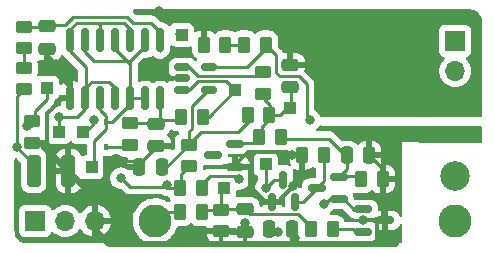
<source format=gbl>
G04 #@! TF.GenerationSoftware,KiCad,Pcbnew,5.99.0-unknown-f7cc6d1e1e~106~ubuntu20.04.1*
G04 #@! TF.CreationDate,2021-04-14T19:56:09+09:00*
G04 #@! TF.ProjectId,OpenHVPS-5,4f70656e-4856-4505-932d-352e6b696361,V1.2.0*
G04 #@! TF.SameCoordinates,Original*
G04 #@! TF.FileFunction,Copper,L4,Bot*
G04 #@! TF.FilePolarity,Positive*
%FSLAX46Y46*%
G04 Gerber Fmt 4.6, Leading zero omitted, Abs format (unit mm)*
G04 Created by KiCad (PCBNEW 5.99.0-unknown-f7cc6d1e1e~106~ubuntu20.04.1) date 2021-04-14 19:56:09*
%MOMM*%
%LPD*%
G01*
G04 APERTURE LIST*
G04 Aperture macros list*
%AMRoundRect*
0 Rectangle with rounded corners*
0 $1 Rounding radius*
0 $2 $3 $4 $5 $6 $7 $8 $9 X,Y pos of 4 corners*
0 Add a 4 corners polygon primitive as box body*
4,1,4,$2,$3,$4,$5,$6,$7,$8,$9,$2,$3,0*
0 Add four circle primitives for the rounded corners*
1,1,$1+$1,$2,$3*
1,1,$1+$1,$4,$5*
1,1,$1+$1,$6,$7*
1,1,$1+$1,$8,$9*
0 Add four rect primitives between the rounded corners*
20,1,$1+$1,$2,$3,$4,$5,0*
20,1,$1+$1,$4,$5,$6,$7,0*
20,1,$1+$1,$6,$7,$8,$9,0*
20,1,$1+$1,$8,$9,$2,$3,0*%
G04 Aperture macros list end*
G04 #@! TA.AperFunction,ComponentPad*
%ADD10R,1.700000X1.700000*%
G04 #@! TD*
G04 #@! TA.AperFunction,ComponentPad*
%ADD11O,1.700000X1.700000*%
G04 #@! TD*
G04 #@! TA.AperFunction,ComponentPad*
%ADD12C,2.500000*%
G04 #@! TD*
G04 #@! TA.AperFunction,ComponentPad*
%ADD13C,2.800000*%
G04 #@! TD*
G04 #@! TA.AperFunction,SMDPad,CuDef*
%ADD14R,1.000000X1.000000*%
G04 #@! TD*
G04 #@! TA.AperFunction,SMDPad,CuDef*
%ADD15RoundRect,0.250000X-0.262500X-0.450000X0.262500X-0.450000X0.262500X0.450000X-0.262500X0.450000X0*%
G04 #@! TD*
G04 #@! TA.AperFunction,SMDPad,CuDef*
%ADD16RoundRect,0.150000X0.587500X0.150000X-0.587500X0.150000X-0.587500X-0.150000X0.587500X-0.150000X0*%
G04 #@! TD*
G04 #@! TA.AperFunction,SMDPad,CuDef*
%ADD17RoundRect,0.250000X0.262500X0.450000X-0.262500X0.450000X-0.262500X-0.450000X0.262500X-0.450000X0*%
G04 #@! TD*
G04 #@! TA.AperFunction,SMDPad,CuDef*
%ADD18RoundRect,0.250000X-0.250000X-0.475000X0.250000X-0.475000X0.250000X0.475000X-0.250000X0.475000X0*%
G04 #@! TD*
G04 #@! TA.AperFunction,SMDPad,CuDef*
%ADD19RoundRect,0.250000X-0.475000X0.250000X-0.475000X-0.250000X0.475000X-0.250000X0.475000X0.250000X0*%
G04 #@! TD*
G04 #@! TA.AperFunction,SMDPad,CuDef*
%ADD20RoundRect,0.250000X0.450000X-0.262500X0.450000X0.262500X-0.450000X0.262500X-0.450000X-0.262500X0*%
G04 #@! TD*
G04 #@! TA.AperFunction,SMDPad,CuDef*
%ADD21RoundRect,0.250000X-0.450000X0.262500X-0.450000X-0.262500X0.450000X-0.262500X0.450000X0.262500X0*%
G04 #@! TD*
G04 #@! TA.AperFunction,SMDPad,CuDef*
%ADD22R,0.450000X0.600000*%
G04 #@! TD*
G04 #@! TA.AperFunction,SMDPad,CuDef*
%ADD23RoundRect,0.150000X-0.512500X-0.150000X0.512500X-0.150000X0.512500X0.150000X-0.512500X0.150000X0*%
G04 #@! TD*
G04 #@! TA.AperFunction,SMDPad,CuDef*
%ADD24RoundRect,0.150000X-0.587500X-0.150000X0.587500X-0.150000X0.587500X0.150000X-0.587500X0.150000X0*%
G04 #@! TD*
G04 #@! TA.AperFunction,SMDPad,CuDef*
%ADD25RoundRect,0.150000X0.150000X-0.587500X0.150000X0.587500X-0.150000X0.587500X-0.150000X-0.587500X0*%
G04 #@! TD*
G04 #@! TA.AperFunction,SMDPad,CuDef*
%ADD26RoundRect,0.150000X0.150000X-0.825000X0.150000X0.825000X-0.150000X0.825000X-0.150000X-0.825000X0*%
G04 #@! TD*
G04 #@! TA.AperFunction,SMDPad,CuDef*
%ADD27RoundRect,0.250000X0.250000X0.475000X-0.250000X0.475000X-0.250000X-0.475000X0.250000X-0.475000X0*%
G04 #@! TD*
G04 #@! TA.AperFunction,SMDPad,CuDef*
%ADD28RoundRect,0.250000X0.475000X-0.250000X0.475000X0.250000X-0.475000X0.250000X-0.475000X-0.250000X0*%
G04 #@! TD*
G04 #@! TA.AperFunction,SMDPad,CuDef*
%ADD29RoundRect,0.250000X-0.325000X-1.100000X0.325000X-1.100000X0.325000X1.100000X-0.325000X1.100000X0*%
G04 #@! TD*
G04 #@! TA.AperFunction,ViaPad*
%ADD30C,0.800000*%
G04 #@! TD*
G04 #@! TA.AperFunction,Conductor*
%ADD31C,0.250000*%
G04 #@! TD*
G04 #@! TA.AperFunction,Conductor*
%ADD32C,0.330200*%
G04 #@! TD*
G04 #@! TA.AperFunction,Conductor*
%ADD33C,0.500000*%
G04 #@! TD*
G04 APERTURE END LIST*
D10*
X164060000Y-60325000D03*
D11*
X164060000Y-62865000D03*
D12*
X164060000Y-71755000D03*
D13*
X164060000Y-75565000D03*
X138660000Y-75565000D03*
D10*
X128500000Y-75565000D03*
D11*
X131040000Y-75565000D03*
X133580000Y-75565000D03*
D14*
X132520000Y-68020000D03*
D15*
X140795500Y-74803000D03*
X142620500Y-74803000D03*
D14*
X150100000Y-66000000D03*
D15*
X140795500Y-72771000D03*
X142620500Y-72771000D03*
D16*
X154207500Y-71820000D03*
X154207500Y-73720000D03*
X152332500Y-72770000D03*
D14*
X140926250Y-59800000D03*
D17*
X144612500Y-60650000D03*
X142787500Y-60650000D03*
D18*
X148320000Y-76270000D03*
X150220000Y-76270000D03*
D19*
X129520000Y-59070000D03*
X129520000Y-60970000D03*
D14*
X133270000Y-71020000D03*
D18*
X154870000Y-70020000D03*
X156770000Y-70020000D03*
D20*
X141520000Y-70932500D03*
X141520000Y-69107500D03*
D21*
X144270000Y-74607500D03*
X144270000Y-76432500D03*
D22*
X134520000Y-67170000D03*
X134520000Y-69270000D03*
D21*
X127520000Y-59107500D03*
X127520000Y-60932500D03*
D23*
X140962500Y-64450000D03*
X140962500Y-63500000D03*
X140962500Y-62550000D03*
X143237500Y-62550000D03*
X143237500Y-64450000D03*
D19*
X146270000Y-74570000D03*
X146270000Y-76470000D03*
D24*
X156262500Y-76470000D03*
X156262500Y-74570000D03*
X158137500Y-75520000D03*
D15*
X146487500Y-66600000D03*
X148312500Y-66600000D03*
D25*
X150470000Y-73957500D03*
X148570000Y-73957500D03*
X149520000Y-72082500D03*
D14*
X129520000Y-64270000D03*
D17*
X148012500Y-60650000D03*
X146187500Y-60650000D03*
D19*
X138770000Y-67320000D03*
X138770000Y-69220000D03*
D15*
X147487500Y-68500000D03*
X149312500Y-68500000D03*
D14*
X145450000Y-64500000D03*
X144520000Y-72770000D03*
X148020000Y-70770000D03*
D26*
X139080000Y-65195000D03*
X137810000Y-65195000D03*
X136540000Y-65195000D03*
X135270000Y-65195000D03*
X134000000Y-65195000D03*
X132730000Y-65195000D03*
X131460000Y-65195000D03*
X131460000Y-60245000D03*
X132730000Y-60245000D03*
X134000000Y-60245000D03*
X135270000Y-60245000D03*
X136540000Y-60245000D03*
X137810000Y-60245000D03*
X139080000Y-60245000D03*
D21*
X128270000Y-67107500D03*
X128270000Y-68932500D03*
D27*
X139220000Y-71020000D03*
X137320000Y-71020000D03*
D15*
X140857500Y-66770000D03*
X142682500Y-66770000D03*
D21*
X136520000Y-67307500D03*
X136520000Y-69132500D03*
D15*
X156107500Y-72020000D03*
X157932500Y-72020000D03*
D14*
X130520000Y-68020000D03*
D16*
X145457500Y-69070000D03*
X145457500Y-70970000D03*
X143582500Y-70020000D03*
D17*
X152932500Y-70020000D03*
X151107500Y-70020000D03*
D28*
X150100000Y-64250000D03*
X150100000Y-62350000D03*
D20*
X127520000Y-64432500D03*
X127520000Y-62607500D03*
X147800000Y-64812500D03*
X147800000Y-62987500D03*
D29*
X128368000Y-71341500D03*
X131318000Y-71341500D03*
D17*
X153682500Y-76270000D03*
X151857500Y-76270000D03*
D30*
X154500000Y-68000000D03*
X146270000Y-75770000D03*
X150270000Y-70020000D03*
X150520000Y-77020000D03*
X132770000Y-72770000D03*
X138020000Y-62770000D03*
X156270000Y-75520000D03*
X150368200Y-72621800D03*
X135770000Y-70520000D03*
X130270000Y-62270000D03*
X139020000Y-57770000D03*
X133520000Y-67020000D03*
X139634500Y-72517000D03*
X135764700Y-71941100D03*
X126920900Y-69342400D03*
X148020000Y-72770000D03*
X130520000Y-66770000D03*
X151770000Y-67020000D03*
X149020000Y-76520000D03*
X145770000Y-72020000D03*
X152919800Y-74131600D03*
X127770000Y-67520000D03*
X140750000Y-59750000D03*
D31*
X140627500Y-67000000D02*
X140857500Y-66770000D01*
X138770000Y-67320000D02*
X139090000Y-67000000D01*
X138758000Y-67307500D02*
X138770000Y-67320000D01*
X139080000Y-65195000D02*
X139080000Y-67010000D01*
X139080000Y-67010000D02*
X138770000Y-67320000D01*
X139090000Y-67000000D02*
X140627500Y-67000000D01*
X136520000Y-67307500D02*
X138758000Y-67307500D01*
D32*
X149857500Y-69770000D02*
X150107500Y-70020000D01*
X157932000Y-73113700D02*
X157932500Y-73113200D01*
X145457500Y-70970000D02*
X145507500Y-71020000D01*
X139020000Y-57770000D02*
X139250000Y-58000000D01*
X131460000Y-65195000D02*
X131460000Y-64210000D01*
D33*
X129167500Y-68932500D02*
X129167500Y-69191000D01*
D31*
X131318000Y-70612000D02*
X131318000Y-70568000D01*
X131318000Y-71341500D02*
X131342000Y-71341500D01*
D32*
X157932000Y-75314500D02*
X158137500Y-75520000D01*
D31*
X137520000Y-70520000D02*
X135770000Y-70520000D01*
D32*
X129357500Y-68932500D02*
X129520000Y-68770000D01*
X149032500Y-73957500D02*
X148570000Y-73957500D01*
X131460000Y-64210000D02*
X130270000Y-63020000D01*
X146270000Y-76470000D02*
X146270000Y-77520000D01*
X133580000Y-75565000D02*
X133580000Y-76330000D01*
X139270000Y-62770000D02*
X140000000Y-63500000D01*
X138020000Y-62770000D02*
X139270000Y-62770000D01*
X156270000Y-75520000D02*
X157457500Y-75520000D01*
X156770000Y-70020000D02*
X157932000Y-71182500D01*
X150220000Y-76270000D02*
X150220000Y-77470000D01*
X133580000Y-75565000D02*
X133580000Y-74210000D01*
X133580000Y-72710000D02*
X133580000Y-74210000D01*
X146520000Y-69770000D02*
X149857500Y-69770000D01*
X130845000Y-65195000D02*
X129520000Y-66520000D01*
X157458000Y-77332500D02*
X157270000Y-77520000D01*
X144270000Y-76432500D02*
X144270000Y-77520000D01*
D33*
X133580000Y-73603500D02*
X131318000Y-71341500D01*
D32*
X148038300Y-73957500D02*
X148570000Y-73957500D01*
X145457500Y-70832500D02*
X146520000Y-69770000D01*
D31*
X138770000Y-69220000D02*
X138770000Y-69270000D01*
D32*
X139250000Y-58000000D02*
X163500000Y-58000000D01*
X145457500Y-70970000D02*
X145457500Y-70832500D01*
D33*
X128520000Y-68932500D02*
X129357500Y-68932500D01*
D32*
X145507500Y-71020000D02*
X146677700Y-71020000D01*
X157458000Y-75520000D02*
X157458000Y-77332500D01*
D31*
X138770000Y-69220000D02*
X138570000Y-69220000D01*
D33*
X133580000Y-76330000D02*
X134770000Y-77520000D01*
D32*
X130270000Y-63020000D02*
X130270000Y-62270000D01*
D31*
X138770000Y-69270000D02*
X137520000Y-70520000D01*
D32*
X146677700Y-72596900D02*
X148038300Y-73957500D01*
D33*
X129167500Y-69191000D02*
X131318000Y-71341500D01*
X134770000Y-77520000D02*
X159020000Y-77520000D01*
D32*
X129520000Y-61520000D02*
X129520000Y-60970000D01*
X135770000Y-70520000D02*
X133580000Y-72710000D01*
X138090000Y-62700000D02*
X138020000Y-62770000D01*
X133580000Y-74210000D02*
X133580000Y-73603500D01*
X140000000Y-63500000D02*
X140962500Y-63500000D01*
D31*
X131318000Y-70568000D02*
X131318000Y-70612000D01*
D32*
X146270000Y-75770000D02*
X146270000Y-76470000D01*
D31*
X131318000Y-71341500D02*
X131318000Y-70612000D01*
D32*
X150368200Y-72621800D02*
X149032500Y-73957500D01*
X157932500Y-73113200D02*
X157932500Y-72020000D01*
D33*
X131318000Y-72068000D02*
X131318000Y-71341500D01*
D32*
X129520000Y-66520000D02*
X129520000Y-68770000D01*
X130270000Y-62270000D02*
X129520000Y-61520000D01*
X157932000Y-71182500D02*
X157932000Y-73113700D01*
X131460000Y-65195000D02*
X130845000Y-65195000D01*
X146677700Y-71020000D02*
X146677700Y-72596900D01*
X157932000Y-73113700D02*
X157932000Y-75314500D01*
D31*
X151020000Y-69479400D02*
X151020000Y-70569000D01*
X131318000Y-70568000D02*
X131318000Y-70231000D01*
X133520000Y-67270000D02*
X133520000Y-67020000D01*
X132520000Y-68270000D02*
X133520000Y-67270000D01*
X156107500Y-72020000D02*
X155857500Y-71770000D01*
X154870000Y-70020000D02*
X154770000Y-70020000D01*
X155857500Y-71770000D02*
X154257500Y-71770000D01*
X154870000Y-70020000D02*
X154870000Y-71157500D01*
X154770000Y-70020000D02*
X153350000Y-68600000D01*
X154257500Y-71770000D02*
X154207500Y-71820000D01*
X154870000Y-71157500D02*
X154207500Y-71820000D01*
X154307500Y-71920000D02*
X154207500Y-71820000D01*
X154308000Y-71920000D02*
X154307500Y-71920000D01*
X154308000Y-71920000D02*
X154208000Y-71820000D01*
X153350000Y-68600000D02*
X149312500Y-68600000D01*
X156108000Y-72020000D02*
X156107500Y-72020000D01*
X128368000Y-71341500D02*
X128368000Y-70789500D01*
X139634500Y-72668600D02*
X136492200Y-72668600D01*
X139735900Y-72770000D02*
X139634500Y-72668600D01*
X140857500Y-72770000D02*
X140857500Y-71595000D01*
X136492200Y-72668600D02*
X135764700Y-71941100D01*
X127083100Y-69180200D02*
X126920900Y-69342400D01*
X140379300Y-72770000D02*
X139735900Y-72770000D01*
X128368000Y-70789500D02*
X126920900Y-69342400D01*
X126920900Y-65031600D02*
X127520000Y-64432500D01*
X140695000Y-72770000D02*
X140695000Y-72454300D01*
X126920900Y-69342400D02*
X126920900Y-65031600D01*
X140857500Y-71595000D02*
X141520000Y-70932500D01*
X140695000Y-72454300D02*
X140379300Y-72770000D01*
X139634500Y-72668600D02*
X139634500Y-72517000D01*
X148707500Y-72082500D02*
X149520000Y-72082500D01*
X149457500Y-72020000D02*
X149513300Y-72075700D01*
X148020000Y-70770000D02*
X148020000Y-72770000D01*
X148020000Y-72770000D02*
X148707500Y-72082500D01*
X149513300Y-72075700D02*
X149520000Y-72082500D01*
X151738500Y-73363700D02*
X152332000Y-72770000D01*
X150470000Y-73957500D02*
X151145000Y-73957500D01*
X152932500Y-72170000D02*
X152332500Y-72770000D01*
X151738500Y-73363700D02*
X151738800Y-73363700D01*
X152932500Y-70020000D02*
X152932500Y-72170000D01*
X151145000Y-73957500D02*
X151738500Y-73363700D01*
X151738800Y-73363700D02*
X152332500Y-72770000D01*
X136300000Y-58300000D02*
X136800000Y-58800000D01*
X136800000Y-58800000D02*
X138300000Y-58800000D01*
X131700000Y-58300000D02*
X136300000Y-58300000D01*
X129520000Y-59070000D02*
X129590000Y-59000000D01*
X127520000Y-59107500D02*
X129482500Y-59107500D01*
X139080000Y-59580000D02*
X139080000Y-60245000D01*
X129590000Y-59000000D02*
X131000000Y-59000000D01*
X129482500Y-59107500D02*
X129520000Y-59070000D01*
X138300000Y-58800000D02*
X139080000Y-59580000D01*
X131000000Y-59000000D02*
X131700000Y-58300000D01*
X139080000Y-60245000D02*
X139080000Y-61210000D01*
X132730000Y-60245000D02*
X132730000Y-59760000D01*
X137810000Y-60245000D02*
X137810000Y-60730000D01*
X132730000Y-61230000D02*
X133520000Y-62020000D01*
X134520000Y-67770000D02*
X133520000Y-68770000D01*
X134520000Y-67170000D02*
X134520000Y-66720000D01*
X134520000Y-66720000D02*
X134000000Y-66200000D01*
X136540000Y-65700000D02*
X135020000Y-67220000D01*
X132730000Y-60245000D02*
X132730000Y-61230000D01*
X135270000Y-60245000D02*
X135270000Y-61020000D01*
X137770000Y-60285000D02*
X137810000Y-60245000D01*
X136540000Y-65195000D02*
X137810000Y-65195000D01*
X134020000Y-65175000D02*
X134000000Y-65195000D01*
X133520000Y-70770000D02*
X133270000Y-71020000D01*
X134570000Y-67220000D02*
X134520000Y-67170000D01*
X135270000Y-60980000D02*
X136540000Y-62250000D01*
X137770000Y-60770000D02*
X137770000Y-60285000D01*
X136540000Y-65195000D02*
X136540000Y-62250000D01*
X133520000Y-62020000D02*
X136520000Y-62020000D01*
X136540000Y-65195000D02*
X136540000Y-65700000D01*
X134520000Y-67170000D02*
X134520000Y-67770000D01*
X133520000Y-68770000D02*
X133520000Y-70770000D01*
X136540000Y-62250000D02*
X136540000Y-62000000D01*
X134000000Y-66200000D02*
X134000000Y-65195000D01*
X136540000Y-62000000D02*
X137810000Y-60730000D01*
X135270000Y-60245000D02*
X135270000Y-60980000D01*
X135020000Y-67220000D02*
X134570000Y-67220000D01*
X135270000Y-59470000D02*
X135270000Y-60245000D01*
X147845000Y-64881250D02*
X147895000Y-64831250D01*
X148412500Y-66600000D02*
X149200000Y-66600000D01*
X145457500Y-69070000D02*
X145577500Y-68950000D01*
X148412500Y-66887500D02*
X148412500Y-66600000D01*
X147700000Y-67600000D02*
X148412500Y-66887500D01*
X147700000Y-68387500D02*
X147700000Y-67600000D01*
X149200000Y-66600000D02*
X149800000Y-66000000D01*
X145577500Y-68950000D02*
X147137500Y-68950000D01*
X148412500Y-66600000D02*
X148412500Y-65712500D01*
X147900000Y-65200000D02*
X147900000Y-64812500D01*
X150200000Y-64350000D02*
X150100000Y-64250000D01*
X147137500Y-68950000D02*
X147700000Y-68387500D01*
X149750000Y-63900000D02*
X150100000Y-64250000D01*
X149800000Y-66000000D02*
X150200000Y-66000000D01*
X150200000Y-66000000D02*
X150200000Y-64350000D01*
X148412500Y-65712500D02*
X147900000Y-65200000D01*
X145720000Y-69070000D02*
X145457500Y-69070000D01*
X132020000Y-58770000D02*
X133770000Y-58770000D01*
X132020000Y-66770000D02*
X132730000Y-66060000D01*
X131460000Y-60245000D02*
X131460000Y-61210000D01*
X135270000Y-64270000D02*
X135270000Y-65195000D01*
X133770000Y-58770000D02*
X134000000Y-59000000D01*
X132730000Y-64310000D02*
X133270000Y-63770000D01*
X132770000Y-65155000D02*
X132730000Y-65195000D01*
X133770000Y-58770000D02*
X136020000Y-58770000D01*
X132730000Y-66060000D02*
X132730000Y-65195000D01*
X130520000Y-66770000D02*
X132020000Y-66770000D01*
X131460000Y-61210000D02*
X132770000Y-62520000D01*
X130520000Y-66770000D02*
X130520000Y-68270000D01*
X134770000Y-63770000D02*
X135270000Y-64270000D01*
X131460000Y-60245000D02*
X131460000Y-59330000D01*
X133270000Y-63770000D02*
X134770000Y-63770000D01*
X132770000Y-62520000D02*
X132770000Y-65155000D01*
X132730000Y-65195000D02*
X132730000Y-64310000D01*
X136020000Y-58770000D02*
X136540000Y-59290000D01*
X134000000Y-59000000D02*
X134000000Y-60245000D01*
X136540000Y-59290000D02*
X136540000Y-60245000D01*
X131460000Y-59330000D02*
X132020000Y-58770000D01*
X136382000Y-69270000D02*
X136520000Y-69132500D01*
X134520000Y-69270000D02*
X136382000Y-69270000D01*
X150770000Y-75020000D02*
X146720000Y-75020000D01*
X142816000Y-74607500D02*
X144270000Y-74607500D01*
X151857500Y-76107500D02*
X150770000Y-75020000D01*
X144270000Y-74607500D02*
X144270000Y-73020000D01*
X151857500Y-76270000D02*
X151857500Y-76107500D01*
X144308000Y-74570000D02*
X144270000Y-74607500D01*
X146270000Y-74570000D02*
X144308000Y-74570000D01*
X146720000Y-75020000D02*
X146270000Y-74570000D01*
X142620500Y-74803000D02*
X142816000Y-74607500D01*
X144270000Y-73020000D02*
X144520000Y-72770000D01*
X127520000Y-60932500D02*
X127520000Y-62607500D01*
X139422000Y-74803000D02*
X138660000Y-75565000D01*
X140795500Y-74803000D02*
X139422000Y-74803000D01*
X151770000Y-67020000D02*
X151520000Y-67020000D01*
X146450000Y-62550000D02*
X143237500Y-62550000D01*
X151770000Y-67020000D02*
X151500000Y-66750000D01*
X151500000Y-66750000D02*
X151500000Y-64000000D01*
X148000000Y-61000000D02*
X146450000Y-62550000D01*
X148900000Y-61537500D02*
X148012500Y-60650000D01*
X148900000Y-63000000D02*
X148900000Y-61537500D01*
X149200000Y-63300000D02*
X148900000Y-63000000D01*
X150800000Y-63300000D02*
X149200000Y-63300000D01*
X151500000Y-64000000D02*
X150800000Y-63300000D01*
X148012500Y-61000000D02*
X148000000Y-61000000D01*
X149020000Y-76520000D02*
X148570000Y-76520000D01*
X142520500Y-72770500D02*
X142520000Y-72770000D01*
X142520500Y-72770500D02*
X142520500Y-72770000D01*
X142682500Y-72357500D02*
X143270000Y-71770000D01*
X142682500Y-72770000D02*
X142682500Y-72357500D01*
X143270000Y-71770000D02*
X145520000Y-71770000D01*
X148570000Y-76520000D02*
X148320000Y-76270000D01*
X145520000Y-71770000D02*
X145770000Y-72020000D01*
X148270000Y-76270000D02*
X148320000Y-76270000D01*
X153008400Y-74131600D02*
X152919800Y-74131600D01*
X154620000Y-73720000D02*
X155500000Y-74600000D01*
X153420000Y-73720000D02*
X153008400Y-74131600D01*
X154207500Y-73720000D02*
X154620000Y-73720000D01*
X154207500Y-73720000D02*
X153420000Y-73720000D01*
X153682500Y-76270000D02*
X155382500Y-76270000D01*
X155382500Y-76270000D02*
X155582500Y-76470000D01*
X155582500Y-76395100D02*
X155582500Y-76470000D01*
X143150000Y-64450000D02*
X141750000Y-65850000D01*
X141520000Y-69107500D02*
X141770000Y-68857500D01*
X139220000Y-71020000D02*
X139607500Y-71020000D01*
X141520000Y-69020000D02*
X141520000Y-69107500D01*
X146587500Y-67112500D02*
X145680000Y-68020000D01*
X141520000Y-67980000D02*
X141520000Y-69107500D01*
X141750000Y-67750000D02*
X141520000Y-67980000D01*
X143237500Y-64450000D02*
X143150000Y-64450000D01*
X139607500Y-71020000D02*
X141520000Y-69107500D01*
X142520000Y-68020000D02*
X141520000Y-69020000D01*
X145680000Y-68020000D02*
X142520000Y-68020000D01*
X141750000Y-65850000D02*
X141750000Y-67750000D01*
X128107500Y-67520000D02*
X128520000Y-67107500D01*
X129520000Y-65270000D02*
X128520000Y-66270000D01*
X129520000Y-65270000D02*
X129520000Y-64270000D01*
X127770000Y-67520000D02*
X128107500Y-67520000D01*
X128520000Y-66270000D02*
X128520000Y-67107500D01*
X143180000Y-66770000D02*
X145450000Y-64500000D01*
X142682500Y-66770000D02*
X143180000Y-66770000D01*
X142300000Y-63700000D02*
X144650000Y-63700000D01*
X140962500Y-64450000D02*
X141550000Y-64450000D01*
X144650000Y-63700000D02*
X145100000Y-64150000D01*
X141550000Y-64450000D02*
X142300000Y-63700000D01*
X145100000Y-64150000D02*
X145100000Y-64850000D01*
X144612500Y-60650000D02*
X146187500Y-60650000D01*
X147400000Y-63300000D02*
X142300000Y-63300000D01*
X147900000Y-62987500D02*
X147712500Y-62987500D01*
X147712500Y-62987500D02*
X147400000Y-63300000D01*
X142300000Y-63300000D02*
X141550000Y-62550000D01*
X141550000Y-62550000D02*
X140962500Y-62550000D01*
G04 #@! TA.AperFunction,Conductor*
G36*
X129516995Y-68698502D02*
G01*
X129554872Y-68736379D01*
X129627051Y-68848691D01*
X129627053Y-68848694D01*
X129631923Y-68856271D01*
X129638733Y-68862172D01*
X129735569Y-68946082D01*
X129735572Y-68946084D01*
X129742381Y-68951984D01*
X129750579Y-68955728D01*
X129773072Y-68966000D01*
X129875330Y-69012700D01*
X129884245Y-69013982D01*
X129884246Y-69013982D01*
X130015552Y-69032861D01*
X130015559Y-69032862D01*
X130020000Y-69033500D01*
X131020000Y-69033500D01*
X131093079Y-69028273D01*
X131171165Y-69005345D01*
X131224670Y-68989635D01*
X131224672Y-68989634D01*
X131233316Y-68987096D01*
X131308033Y-68939078D01*
X131348691Y-68912949D01*
X131348694Y-68912947D01*
X131356271Y-68908077D01*
X131392062Y-68866773D01*
X131423432Y-68830570D01*
X131483158Y-68792186D01*
X131554154Y-68792186D01*
X131613880Y-68830570D01*
X131624652Y-68844958D01*
X131626930Y-68848502D01*
X131631923Y-68856271D01*
X131638733Y-68862172D01*
X131735569Y-68946082D01*
X131735572Y-68946084D01*
X131742381Y-68951984D01*
X131750579Y-68955728D01*
X131773072Y-68966000D01*
X131875330Y-69012700D01*
X131884245Y-69013982D01*
X131884246Y-69013982D01*
X132015552Y-69032861D01*
X132015559Y-69032862D01*
X132020000Y-69033500D01*
X132760500Y-69033500D01*
X132828621Y-69053502D01*
X132875114Y-69107158D01*
X132886500Y-69159500D01*
X132886500Y-69880858D01*
X132866498Y-69948979D01*
X132812842Y-69995472D01*
X132769490Y-70006536D01*
X132696921Y-70011727D01*
X132627111Y-70032225D01*
X132565330Y-70050365D01*
X132565328Y-70050366D01*
X132556684Y-70052904D01*
X132549106Y-70057774D01*
X132549104Y-70057775D01*
X132546794Y-70059260D01*
X132544157Y-70060034D01*
X132540904Y-70061520D01*
X132540690Y-70061052D01*
X132478674Y-70079265D01*
X132410552Y-70059265D01*
X132364057Y-70005611D01*
X132360230Y-69996256D01*
X132327737Y-69906739D01*
X132321227Y-69893740D01*
X132232359Y-69758194D01*
X132223035Y-69747042D01*
X132105371Y-69635578D01*
X132093724Y-69626865D01*
X131953571Y-69545457D01*
X131940246Y-69539663D01*
X131784300Y-69492432D01*
X131771677Y-69489984D01*
X131701816Y-69483749D01*
X131696221Y-69483500D01*
X131590115Y-69483500D01*
X131574876Y-69487975D01*
X131573671Y-69489365D01*
X131572000Y-69497048D01*
X131572000Y-73181385D01*
X131576475Y-73196624D01*
X131577865Y-73197829D01*
X131585548Y-73199500D01*
X131682223Y-73199500D01*
X131689524Y-73199076D01*
X131811255Y-73184883D01*
X131825410Y-73181537D01*
X131977761Y-73126237D01*
X131990760Y-73119727D01*
X132126306Y-73030859D01*
X132137458Y-73021535D01*
X132248922Y-72903871D01*
X132257635Y-72892224D01*
X132339043Y-72752071D01*
X132344837Y-72738746D01*
X132392068Y-72582800D01*
X132394516Y-72570177D01*
X132400751Y-72500316D01*
X132401000Y-72494721D01*
X132401000Y-72106312D01*
X132421002Y-72038191D01*
X132474658Y-71991698D01*
X132544932Y-71981594D01*
X132579343Y-71991698D01*
X132625330Y-72012700D01*
X132634245Y-72013982D01*
X132634246Y-72013982D01*
X132765552Y-72032861D01*
X132765559Y-72032862D01*
X132770000Y-72033500D01*
X133770000Y-72033500D01*
X133843079Y-72028273D01*
X133921165Y-72005345D01*
X133974670Y-71989635D01*
X133974672Y-71989634D01*
X133983316Y-71987096D01*
X134040861Y-71950114D01*
X134098691Y-71912949D01*
X134098694Y-71912947D01*
X134106271Y-71908077D01*
X134112172Y-71901267D01*
X134196082Y-71804431D01*
X134196084Y-71804428D01*
X134201984Y-71797619D01*
X134218468Y-71761525D01*
X134258958Y-71672864D01*
X134258958Y-71672863D01*
X134262700Y-71664670D01*
X134268476Y-71624496D01*
X134282861Y-71524448D01*
X134282862Y-71524441D01*
X134283500Y-71520000D01*
X134283500Y-70520000D01*
X134278273Y-70446921D01*
X134237096Y-70306684D01*
X134218419Y-70277622D01*
X134198416Y-70209501D01*
X134218417Y-70141380D01*
X134272073Y-70094887D01*
X134324416Y-70083500D01*
X134745000Y-70083500D01*
X134818079Y-70078273D01*
X134917417Y-70049105D01*
X134949670Y-70039635D01*
X134949672Y-70039634D01*
X134958316Y-70037096D01*
X135023084Y-69995472D01*
X135073691Y-69962949D01*
X135073694Y-69962947D01*
X135081271Y-69958077D01*
X135089155Y-69948979D01*
X135090883Y-69946985D01*
X135150610Y-69908603D01*
X135186105Y-69903500D01*
X135453860Y-69903500D01*
X135521981Y-69923502D01*
X135540511Y-69938026D01*
X135612645Y-70006358D01*
X135765555Y-70095175D01*
X135934796Y-70146433D01*
X135941236Y-70147008D01*
X135941237Y-70147008D01*
X136011185Y-70153251D01*
X136011191Y-70153251D01*
X136013978Y-70153500D01*
X136226895Y-70153500D01*
X136295016Y-70173502D01*
X136341509Y-70227158D01*
X136351613Y-70297432D01*
X136347486Y-70316022D01*
X136320933Y-70403697D01*
X136318484Y-70416323D01*
X136312249Y-70486184D01*
X136312000Y-70491779D01*
X136312000Y-70747885D01*
X136316475Y-70763124D01*
X136317865Y-70764329D01*
X136325548Y-70766000D01*
X137448000Y-70766000D01*
X137516121Y-70786002D01*
X137562614Y-70839658D01*
X137574000Y-70892000D01*
X137574000Y-71148000D01*
X137553998Y-71216121D01*
X137500342Y-71262614D01*
X137448000Y-71274000D01*
X136433081Y-71274000D01*
X136359020Y-71249936D01*
X136226792Y-71153867D01*
X136226791Y-71153866D01*
X136221450Y-71149986D01*
X136215422Y-71147302D01*
X136215420Y-71147301D01*
X136053018Y-71074995D01*
X136053017Y-71074995D01*
X136046987Y-71072310D01*
X135942193Y-71050035D01*
X135866644Y-71033976D01*
X135866639Y-71033976D01*
X135860187Y-71032604D01*
X135669213Y-71032604D01*
X135662761Y-71033976D01*
X135662756Y-71033976D01*
X135587207Y-71050035D01*
X135482413Y-71072310D01*
X135476383Y-71074995D01*
X135476382Y-71074995D01*
X135313980Y-71147301D01*
X135313978Y-71147302D01*
X135307950Y-71149986D01*
X135302609Y-71153866D01*
X135302608Y-71153867D01*
X135158793Y-71258354D01*
X135158791Y-71258356D01*
X135153449Y-71262237D01*
X135149028Y-71267147D01*
X135149027Y-71267148D01*
X135099075Y-71322626D01*
X135025663Y-71404158D01*
X134930176Y-71569546D01*
X134928134Y-71575831D01*
X134876689Y-71734164D01*
X134871162Y-71751173D01*
X134851200Y-71941100D01*
X134851890Y-71947665D01*
X134869567Y-72115847D01*
X134871162Y-72131027D01*
X134873202Y-72137305D01*
X134873202Y-72137306D01*
X134894665Y-72203363D01*
X134930176Y-72312654D01*
X135025663Y-72478042D01*
X135030081Y-72482949D01*
X135030082Y-72482950D01*
X135108699Y-72570263D01*
X135153449Y-72619963D01*
X135158791Y-72623844D01*
X135158793Y-72623846D01*
X135279439Y-72711500D01*
X135307950Y-72732214D01*
X135313978Y-72734898D01*
X135313980Y-72734899D01*
X135436077Y-72789260D01*
X135482413Y-72809890D01*
X135575813Y-72829743D01*
X135662756Y-72848224D01*
X135662761Y-72848224D01*
X135669213Y-72849596D01*
X135725101Y-72849596D01*
X135793222Y-72869598D01*
X135814196Y-72886501D01*
X135988818Y-73061123D01*
X135996169Y-73069201D01*
X136000227Y-73075595D01*
X136006006Y-73081022D01*
X136006007Y-73081023D01*
X136049062Y-73121454D01*
X136051892Y-73124197D01*
X136072233Y-73144538D01*
X136075653Y-73147190D01*
X136084676Y-73154897D01*
X136116899Y-73185157D01*
X136123843Y-73188974D01*
X136123848Y-73188978D01*
X136134650Y-73194916D01*
X136151177Y-73205772D01*
X136167177Y-73218183D01*
X136174448Y-73221330D01*
X136174449Y-73221330D01*
X136207751Y-73235741D01*
X136218407Y-73240962D01*
X136257152Y-73262262D01*
X136264835Y-73264234D01*
X136264836Y-73264235D01*
X136276768Y-73267299D01*
X136295472Y-73273703D01*
X136306785Y-73278599D01*
X136306792Y-73278601D01*
X136314064Y-73281748D01*
X136321888Y-73282987D01*
X136321891Y-73282988D01*
X136357735Y-73288665D01*
X136369356Y-73291072D01*
X136406418Y-73300587D01*
X136412175Y-73302065D01*
X136412731Y-73302100D01*
X136432652Y-73302100D01*
X136452362Y-73303651D01*
X136464314Y-73305544D01*
X136464315Y-73305544D01*
X136472144Y-73306784D01*
X136480036Y-73306038D01*
X136515782Y-73302659D01*
X136527640Y-73302100D01*
X139137459Y-73302100D01*
X139188708Y-73312993D01*
X139321768Y-73372235D01*
X139352213Y-73385790D01*
X139429218Y-73402158D01*
X139532556Y-73424124D01*
X139532561Y-73424124D01*
X139539013Y-73425496D01*
X139712143Y-73425496D01*
X139780264Y-73445498D01*
X139826757Y-73499154D01*
X139830580Y-73508501D01*
X139850313Y-73562864D01*
X139947187Y-73710622D01*
X139947188Y-73710624D01*
X139947269Y-73710747D01*
X139947248Y-73710761D01*
X139974363Y-73773008D01*
X139963026Y-73843093D01*
X139940826Y-73875394D01*
X139921642Y-73895645D01*
X139899066Y-73934513D01*
X139847555Y-73983371D01*
X139777806Y-73996625D01*
X139715964Y-73973100D01*
X139671167Y-73940493D01*
X139426068Y-73811540D01*
X139164921Y-73719319D01*
X138893197Y-73665763D01*
X138888640Y-73665536D01*
X138888639Y-73665536D01*
X138621157Y-73652220D01*
X138621151Y-73652220D01*
X138616588Y-73651993D01*
X138340888Y-73678297D01*
X138336454Y-73679382D01*
X138336448Y-73679383D01*
X138143480Y-73726602D01*
X138071873Y-73744124D01*
X138067647Y-73745836D01*
X138067643Y-73745837D01*
X137819412Y-73846381D01*
X137819407Y-73846384D01*
X137815179Y-73848096D01*
X137811244Y-73850400D01*
X137811238Y-73850403D01*
X137580120Y-73985729D01*
X137576182Y-73988035D01*
X137359889Y-74161008D01*
X137170832Y-74363393D01*
X137117339Y-74440502D01*
X137015573Y-74587196D01*
X137015570Y-74587201D01*
X137012970Y-74590949D01*
X137010938Y-74595034D01*
X137010936Y-74595037D01*
X136994370Y-74628337D01*
X136889611Y-74838911D01*
X136888190Y-74843245D01*
X136888189Y-74843248D01*
X136811114Y-75078366D01*
X136803339Y-75102082D01*
X136802559Y-75106573D01*
X136802559Y-75106574D01*
X136801600Y-75112098D01*
X136755961Y-75374952D01*
X136755838Y-75379510D01*
X136748975Y-75633148D01*
X136748470Y-75651802D01*
X136749005Y-75656320D01*
X136749005Y-75656326D01*
X136774063Y-75868035D01*
X136781022Y-75926834D01*
X136782206Y-75931236D01*
X136782207Y-75931243D01*
X136809128Y-76031361D01*
X136852936Y-76194286D01*
X136962705Y-76448556D01*
X137108029Y-76684317D01*
X137285865Y-76896629D01*
X137492487Y-77081046D01*
X137723567Y-77233705D01*
X137723289Y-77234126D01*
X137770837Y-77282790D01*
X137785123Y-77352334D01*
X137759543Y-77418563D01*
X137702218Y-77460447D01*
X137659584Y-77467889D01*
X133285528Y-77468819D01*
X127820524Y-77469982D01*
X127798876Y-77468112D01*
X127785461Y-77465774D01*
X127780594Y-77465686D01*
X127683864Y-77463937D01*
X127676255Y-77463569D01*
X127658659Y-77462184D01*
X127648836Y-77461022D01*
X127548779Y-77445175D01*
X127519028Y-77440463D01*
X127509320Y-77438531D01*
X127505660Y-77437652D01*
X127496148Y-77434969D01*
X127371155Y-77394356D01*
X127361886Y-77390937D01*
X127361210Y-77390657D01*
X127358426Y-77389504D01*
X127349436Y-77385360D01*
X127232321Y-77325686D01*
X127223681Y-77320847D01*
X127220493Y-77318893D01*
X127212277Y-77313403D01*
X127142427Y-77262655D01*
X127105936Y-77236142D01*
X127098181Y-77230028D01*
X127095309Y-77227575D01*
X127088055Y-77220869D01*
X126995127Y-77127940D01*
X126988412Y-77120676D01*
X126985971Y-77117818D01*
X126979846Y-77110048D01*
X126970775Y-77097562D01*
X126936307Y-77050122D01*
X126902599Y-77003726D01*
X126897105Y-76995504D01*
X126895150Y-76992314D01*
X126890313Y-76983678D01*
X126830641Y-76866566D01*
X126826494Y-76857569D01*
X126825060Y-76854106D01*
X126821641Y-76844837D01*
X126781030Y-76719852D01*
X126778350Y-76710353D01*
X126777466Y-76706669D01*
X126775539Y-76696985D01*
X126754977Y-76567156D01*
X126753814Y-76557332D01*
X126752431Y-76539758D01*
X126752064Y-76532152D01*
X126750366Y-76438299D01*
X126750285Y-76433816D01*
X126747616Y-76417312D01*
X126746000Y-76397197D01*
X126746000Y-74715000D01*
X127136500Y-74715000D01*
X127136500Y-76415000D01*
X127141727Y-76488079D01*
X127145191Y-76499875D01*
X127179338Y-76616170D01*
X127182904Y-76628316D01*
X127187775Y-76635895D01*
X127257051Y-76743691D01*
X127257053Y-76743694D01*
X127261923Y-76751271D01*
X127268733Y-76757172D01*
X127365569Y-76841082D01*
X127365572Y-76841084D01*
X127372381Y-76846984D01*
X127380579Y-76850728D01*
X127492998Y-76902068D01*
X127505330Y-76907700D01*
X127514245Y-76908982D01*
X127514246Y-76908982D01*
X127645552Y-76927861D01*
X127645559Y-76927862D01*
X127650000Y-76928500D01*
X129350000Y-76928500D01*
X129423079Y-76923273D01*
X129517179Y-76895643D01*
X129554670Y-76884635D01*
X129554672Y-76884634D01*
X129563316Y-76882096D01*
X129630446Y-76838954D01*
X129678691Y-76807949D01*
X129678694Y-76807947D01*
X129686271Y-76803077D01*
X129711086Y-76774439D01*
X129776082Y-76699431D01*
X129776084Y-76699428D01*
X129781984Y-76692619D01*
X129842700Y-76559670D01*
X129843320Y-76555360D01*
X129880432Y-76497610D01*
X129945012Y-76468117D01*
X130015286Y-76478220D01*
X130047335Y-76499270D01*
X130215629Y-76651069D01*
X130220142Y-76653928D01*
X130220144Y-76653929D01*
X130272123Y-76686852D01*
X130410406Y-76774439D01*
X130623184Y-76863228D01*
X130628387Y-76864425D01*
X130628392Y-76864426D01*
X130842678Y-76913701D01*
X130842683Y-76913702D01*
X130847881Y-76914897D01*
X130853209Y-76915200D01*
X130853212Y-76915200D01*
X130999421Y-76923502D01*
X131078071Y-76927968D01*
X131083378Y-76927368D01*
X131083380Y-76927368D01*
X131204272Y-76913701D01*
X131307173Y-76902068D01*
X131312288Y-76900587D01*
X131312292Y-76900586D01*
X131437161Y-76864426D01*
X131528635Y-76837937D01*
X131736125Y-76737409D01*
X131740463Y-76734309D01*
X131740468Y-76734306D01*
X131919370Y-76606459D01*
X131923711Y-76603357D01*
X132086030Y-76439617D01*
X132164679Y-76327503D01*
X132207953Y-76265816D01*
X132263449Y-76221536D01*
X132334075Y-76214289D01*
X132397407Y-76246375D01*
X132421781Y-76277958D01*
X132439550Y-76310617D01*
X132445402Y-76319491D01*
X132581486Y-76492113D01*
X132588750Y-76499875D01*
X132751967Y-76647094D01*
X132760444Y-76653528D01*
X132946122Y-76771136D01*
X132955567Y-76776053D01*
X133158406Y-76860694D01*
X133168545Y-76863950D01*
X133308345Y-76896096D01*
X133322422Y-76895257D01*
X133326000Y-76885999D01*
X133326000Y-75832548D01*
X133834000Y-75832548D01*
X133834000Y-76884941D01*
X133838151Y-76899079D01*
X133848798Y-76900774D01*
X133852192Y-76900096D01*
X134063333Y-76838954D01*
X134073259Y-76835143D01*
X134271065Y-76739307D01*
X134280212Y-76733876D01*
X134459041Y-76606083D01*
X134467149Y-76599182D01*
X134621893Y-76443082D01*
X134628706Y-76434933D01*
X134754940Y-76254988D01*
X134760295Y-76245787D01*
X134854399Y-76047156D01*
X134858123Y-76037197D01*
X134915968Y-75830718D01*
X134914430Y-75822351D01*
X134902137Y-75819000D01*
X133852115Y-75819000D01*
X133836876Y-75823475D01*
X133835671Y-75824865D01*
X133834000Y-75832548D01*
X133326000Y-75832548D01*
X133326000Y-74248717D01*
X133325328Y-74246430D01*
X133834000Y-74246430D01*
X133834000Y-75292885D01*
X133838475Y-75308124D01*
X133839865Y-75309329D01*
X133847548Y-75311000D01*
X134899079Y-75311000D01*
X134912610Y-75307027D01*
X134913876Y-75298218D01*
X134866954Y-75117433D01*
X134863419Y-75107395D01*
X134773147Y-74906998D01*
X134767967Y-74897692D01*
X134645218Y-74715366D01*
X134638557Y-74707080D01*
X134486830Y-74548030D01*
X134478873Y-74540990D01*
X134302523Y-74409782D01*
X134293486Y-74404178D01*
X134097550Y-74304559D01*
X134087699Y-74300559D01*
X133877778Y-74235378D01*
X133867396Y-74233095D01*
X133851959Y-74231049D01*
X133837792Y-74233246D01*
X133834000Y-74246430D01*
X133325328Y-74246430D01*
X133322027Y-74235186D01*
X133311420Y-74233661D01*
X133193554Y-74258391D01*
X133183358Y-74261451D01*
X132978932Y-74342182D01*
X132969396Y-74346916D01*
X132781486Y-74460942D01*
X132772896Y-74467206D01*
X132606884Y-74611264D01*
X132599464Y-74618895D01*
X132460100Y-74788860D01*
X132454079Y-74797622D01*
X132420427Y-74856739D01*
X132369344Y-74906045D01*
X132299714Y-74919906D01*
X132233643Y-74893922D01*
X132206405Y-74864773D01*
X132150013Y-74781011D01*
X132102627Y-74710626D01*
X132067485Y-74673787D01*
X131999930Y-74602972D01*
X131943482Y-74543799D01*
X131922920Y-74528500D01*
X131762786Y-74409357D01*
X131762787Y-74409357D01*
X131758504Y-74406171D01*
X131753753Y-74403755D01*
X131753749Y-74403753D01*
X131557740Y-74304097D01*
X131557739Y-74304097D01*
X131552982Y-74301678D01*
X131427965Y-74262859D01*
X131337895Y-74234891D01*
X131337889Y-74234890D01*
X131332792Y-74233307D01*
X131212509Y-74217365D01*
X131109515Y-74203714D01*
X131109510Y-74203714D01*
X131104230Y-74203014D01*
X131098900Y-74203214D01*
X131098899Y-74203214D01*
X131005320Y-74206727D01*
X130873831Y-74211663D01*
X130846656Y-74217365D01*
X130653411Y-74257912D01*
X130653408Y-74257913D01*
X130648184Y-74259009D01*
X130433740Y-74343697D01*
X130236631Y-74463306D01*
X130232601Y-74466803D01*
X130072177Y-74606011D01*
X130062492Y-74614415D01*
X130057339Y-74620700D01*
X130056364Y-74621365D01*
X130055390Y-74622366D01*
X130055186Y-74622168D01*
X129998681Y-74660695D01*
X129927710Y-74662628D01*
X129866961Y-74625885D01*
X129839008Y-74576309D01*
X129824852Y-74528100D01*
X129817096Y-74501684D01*
X129781039Y-74445579D01*
X129742949Y-74386309D01*
X129742947Y-74386306D01*
X129738077Y-74378729D01*
X129723962Y-74366498D01*
X129634431Y-74288918D01*
X129634428Y-74288916D01*
X129627619Y-74283016D01*
X129619421Y-74279272D01*
X129502864Y-74226042D01*
X129502863Y-74226042D01*
X129494670Y-74222300D01*
X129485755Y-74221018D01*
X129485754Y-74221018D01*
X129354448Y-74202139D01*
X129354441Y-74202138D01*
X129350000Y-74201500D01*
X127650000Y-74201500D01*
X127576921Y-74206727D01*
X127523884Y-74222300D01*
X127445330Y-74245365D01*
X127445328Y-74245366D01*
X127436684Y-74247904D01*
X127416350Y-74260972D01*
X127321309Y-74322051D01*
X127321306Y-74322053D01*
X127313729Y-74326923D01*
X127307828Y-74333733D01*
X127223918Y-74430569D01*
X127223916Y-74430572D01*
X127218016Y-74437381D01*
X127214272Y-74445579D01*
X127167269Y-74548502D01*
X127157300Y-74570330D01*
X127156018Y-74579245D01*
X127156018Y-74579246D01*
X127137139Y-74710552D01*
X127137138Y-74710559D01*
X127136500Y-74715000D01*
X126746000Y-74715000D01*
X126746000Y-70376896D01*
X126766002Y-70308775D01*
X126819658Y-70262282D01*
X126872000Y-70250896D01*
X126881301Y-70250896D01*
X126949422Y-70270898D01*
X126970397Y-70287801D01*
X127247596Y-70565001D01*
X127281621Y-70627313D01*
X127284500Y-70654096D01*
X127284500Y-72484386D01*
X127293891Y-72564935D01*
X127299117Y-72609755D01*
X127299978Y-72617143D01*
X127302474Y-72624021D01*
X127302475Y-72624023D01*
X127344187Y-72738937D01*
X127360313Y-72783364D01*
X127416850Y-72869598D01*
X127439321Y-72903871D01*
X127457269Y-72931247D01*
X127585645Y-73052858D01*
X127738555Y-73141675D01*
X127870169Y-73181537D01*
X127894738Y-73188978D01*
X127907796Y-73192933D01*
X127914236Y-73193508D01*
X127914237Y-73193508D01*
X127984185Y-73199751D01*
X127984191Y-73199751D01*
X127986978Y-73200000D01*
X128735886Y-73200000D01*
X128831106Y-73188898D01*
X128861371Y-73185370D01*
X128861372Y-73185370D01*
X128868643Y-73184522D01*
X128875521Y-73182026D01*
X128875523Y-73182025D01*
X129027985Y-73126684D01*
X129034864Y-73124187D01*
X129151337Y-73047824D01*
X129176628Y-73031243D01*
X129176629Y-73031242D01*
X129182747Y-73027231D01*
X129304358Y-72898855D01*
X129393175Y-72745945D01*
X129444433Y-72576704D01*
X129445016Y-72570177D01*
X129451251Y-72500315D01*
X129451251Y-72500309D01*
X129451500Y-72497522D01*
X129451500Y-71609048D01*
X130235000Y-71609048D01*
X130235000Y-72480723D01*
X130235424Y-72488024D01*
X130249617Y-72609755D01*
X130252963Y-72623910D01*
X130308263Y-72776261D01*
X130314773Y-72789260D01*
X130403641Y-72924806D01*
X130412965Y-72935958D01*
X130530629Y-73047422D01*
X130542276Y-73056135D01*
X130682429Y-73137543D01*
X130695754Y-73143337D01*
X130851700Y-73190568D01*
X130864323Y-73193016D01*
X130934184Y-73199251D01*
X130939779Y-73199500D01*
X131045885Y-73199500D01*
X131061124Y-73195025D01*
X131062329Y-73193635D01*
X131064000Y-73185952D01*
X131064000Y-71613615D01*
X131059525Y-71598376D01*
X131058135Y-71597171D01*
X131050452Y-71595500D01*
X130253115Y-71595500D01*
X130237876Y-71599975D01*
X130236671Y-71601365D01*
X130235000Y-71609048D01*
X129451500Y-71609048D01*
X129451500Y-70198614D01*
X129450295Y-70188279D01*
X130235000Y-70188279D01*
X130235000Y-71069385D01*
X130239475Y-71084624D01*
X130240865Y-71085829D01*
X130248548Y-71087500D01*
X131045885Y-71087500D01*
X131061124Y-71083025D01*
X131062329Y-71081635D01*
X131064000Y-71073952D01*
X131064000Y-69501615D01*
X131059525Y-69486376D01*
X131058135Y-69485171D01*
X131050452Y-69483500D01*
X130953777Y-69483500D01*
X130946476Y-69483924D01*
X130824745Y-69498117D01*
X130810590Y-69501463D01*
X130658239Y-69556763D01*
X130645240Y-69563273D01*
X130509694Y-69652141D01*
X130498542Y-69661465D01*
X130387078Y-69779129D01*
X130378365Y-69790776D01*
X130296957Y-69930929D01*
X130291163Y-69944254D01*
X130243932Y-70100200D01*
X130241484Y-70112823D01*
X130235249Y-70182684D01*
X130235000Y-70188279D01*
X129450295Y-70188279D01*
X129439407Y-70094887D01*
X129436870Y-70073129D01*
X129436870Y-70073128D01*
X129436022Y-70065857D01*
X129433089Y-70057775D01*
X129378184Y-69906515D01*
X129375687Y-69899636D01*
X129316121Y-69808782D01*
X129295498Y-69740848D01*
X129314878Y-69672547D01*
X129321902Y-69663502D01*
X129321539Y-69663230D01*
X129334635Y-69645724D01*
X129416043Y-69505571D01*
X129421837Y-69492246D01*
X129469068Y-69336300D01*
X129471516Y-69323677D01*
X129477751Y-69253816D01*
X129478000Y-69248221D01*
X129478000Y-69204615D01*
X129473525Y-69189376D01*
X129472135Y-69188171D01*
X129464452Y-69186500D01*
X128142000Y-69186500D01*
X128073879Y-69166498D01*
X128027386Y-69112842D01*
X128016000Y-69060500D01*
X128016000Y-68804500D01*
X128036002Y-68736379D01*
X128089658Y-68689886D01*
X128142000Y-68678500D01*
X129448874Y-68678500D01*
X129516995Y-68698502D01*
G37*
G04 #@! TD.AperFunction*
G04 #@! TA.AperFunction,Conductor*
G36*
X141747502Y-75734970D02*
G01*
X141793332Y-75762700D01*
X141900645Y-75864358D01*
X142053555Y-75953175D01*
X142222796Y-76004433D01*
X142229236Y-76005008D01*
X142229237Y-76005008D01*
X142299185Y-76011251D01*
X142299191Y-76011251D01*
X142301978Y-76011500D01*
X142925886Y-76011500D01*
X142928829Y-76011157D01*
X142997854Y-76027139D01*
X143047383Y-76078006D01*
X143062000Y-76136912D01*
X143062000Y-76160385D01*
X143066475Y-76175624D01*
X143067865Y-76176829D01*
X143075548Y-76178500D01*
X145435521Y-76178500D01*
X145503642Y-76198502D01*
X145518034Y-76209276D01*
X145523865Y-76214329D01*
X145531548Y-76216000D01*
X146398000Y-76216000D01*
X146466121Y-76236002D01*
X146512614Y-76289658D01*
X146524000Y-76342000D01*
X146524000Y-76598000D01*
X146503998Y-76666121D01*
X146450342Y-76712614D01*
X146398000Y-76724000D01*
X145079479Y-76724000D01*
X145011358Y-76703998D01*
X144996966Y-76693224D01*
X144991135Y-76688171D01*
X144983452Y-76686500D01*
X143080115Y-76686500D01*
X143064876Y-76690975D01*
X143063671Y-76692365D01*
X143062000Y-76700048D01*
X143062000Y-76734223D01*
X143062424Y-76741524D01*
X143076617Y-76863255D01*
X143079963Y-76877410D01*
X143135263Y-77029761D01*
X143141773Y-77042760D01*
X143230641Y-77178306D01*
X143239965Y-77189458D01*
X143303066Y-77249234D01*
X143338764Y-77310603D01*
X143335617Y-77381530D01*
X143294623Y-77439496D01*
X143228798Y-77466097D01*
X143216440Y-77466707D01*
X142264612Y-77466910D01*
X139659776Y-77467464D01*
X139591652Y-77447476D01*
X139545148Y-77393831D01*
X139535029Y-77323559D01*
X139564508Y-77258972D01*
X139591218Y-77235732D01*
X139810398Y-77093666D01*
X139814238Y-77091177D01*
X140022462Y-76908570D01*
X140028006Y-76902068D01*
X140199190Y-76701282D01*
X140199191Y-76701281D01*
X140202144Y-76697817D01*
X140216444Y-76675065D01*
X140347091Y-76467199D01*
X140347092Y-76467197D01*
X140349520Y-76463334D01*
X140461504Y-76210032D01*
X140491086Y-76103722D01*
X140528617Y-76043457D01*
X140592773Y-76013050D01*
X140612474Y-76011500D01*
X141100886Y-76011500D01*
X141196470Y-76000356D01*
X141226371Y-75996870D01*
X141226372Y-75996870D01*
X141233643Y-75996022D01*
X141240521Y-75993526D01*
X141240523Y-75993525D01*
X141392985Y-75938184D01*
X141399864Y-75935687D01*
X141547747Y-75838731D01*
X141582748Y-75801783D01*
X141615206Y-75767520D01*
X141676576Y-75731822D01*
X141747502Y-75734970D01*
G37*
G04 #@! TD.AperFunction*
G04 #@! TA.AperFunction,Conductor*
G36*
X152732646Y-67457502D02*
G01*
X152769762Y-67510834D01*
X152770000Y-67520000D01*
X166213000Y-67520000D01*
X166281121Y-67540002D01*
X166327614Y-67593658D01*
X166339000Y-67646000D01*
X166339000Y-68863354D01*
X166318998Y-68931475D01*
X166265342Y-68977968D01*
X166211297Y-68989342D01*
X162403086Y-68937880D01*
X159600000Y-68900000D01*
X159600000Y-75132662D01*
X159579998Y-75200783D01*
X159526342Y-75247276D01*
X159456068Y-75257380D01*
X159391488Y-75227886D01*
X159356848Y-75179046D01*
X159308909Y-75057966D01*
X159301332Y-75044184D01*
X159212966Y-74922559D01*
X159202198Y-74911092D01*
X159086361Y-74815264D01*
X159073079Y-74806835D01*
X158937055Y-74742827D01*
X158922087Y-74737964D01*
X158791824Y-74713114D01*
X158780039Y-74712000D01*
X158409615Y-74712000D01*
X158394376Y-74716475D01*
X158393171Y-74717865D01*
X158391500Y-74725548D01*
X158391500Y-76309885D01*
X158395975Y-76325124D01*
X158397365Y-76326329D01*
X158405048Y-76328000D01*
X158760621Y-76328000D01*
X158768511Y-76327503D01*
X158882016Y-76313165D01*
X158897249Y-76309254D01*
X159037034Y-76253909D01*
X159050816Y-76246332D01*
X159172441Y-76157966D01*
X159183908Y-76147198D01*
X159279736Y-76031361D01*
X159288165Y-76018079D01*
X159352174Y-75882051D01*
X159354167Y-75875919D01*
X159394241Y-75817313D01*
X159459637Y-75789676D01*
X159529594Y-75801783D01*
X159581900Y-75849789D01*
X159600000Y-75914855D01*
X159600000Y-77337249D01*
X159579998Y-77405370D01*
X159526342Y-77451863D01*
X159474028Y-77463249D01*
X158759666Y-77463401D01*
X157167668Y-77463739D01*
X157099543Y-77443751D01*
X157053038Y-77390106D01*
X157042920Y-77319834D01*
X157072399Y-77255247D01*
X157121257Y-77220587D01*
X157162275Y-77204347D01*
X157162277Y-77204346D01*
X157169644Y-77201429D01*
X157201471Y-77178306D01*
X157297783Y-77108331D01*
X157304197Y-77103671D01*
X157410212Y-76975521D01*
X157481026Y-76825033D01*
X157482511Y-76817250D01*
X157482512Y-76817246D01*
X157507386Y-76686852D01*
X157507386Y-76686849D01*
X157508500Y-76681011D01*
X157508500Y-76454000D01*
X157528502Y-76385879D01*
X157582158Y-76339386D01*
X157634500Y-76328000D01*
X157865385Y-76328000D01*
X157880624Y-76323525D01*
X157881829Y-76322135D01*
X157883500Y-76314452D01*
X157883500Y-75792115D01*
X157879025Y-75776876D01*
X157877635Y-75775671D01*
X157869952Y-75774000D01*
X157262667Y-75774000D01*
X157206511Y-75757684D01*
X157205521Y-75759788D01*
X157055033Y-75688974D01*
X157047250Y-75687489D01*
X157047246Y-75687488D01*
X156916852Y-75662614D01*
X156916849Y-75662614D01*
X156911011Y-75661500D01*
X155635421Y-75661500D01*
X155624443Y-75662887D01*
X155617852Y-75663719D01*
X155567312Y-75659741D01*
X155560636Y-75656852D01*
X155552807Y-75655612D01*
X155516965Y-75649935D01*
X155505344Y-75647528D01*
X155468282Y-75638013D01*
X155468281Y-75638013D01*
X155462525Y-75636535D01*
X155461969Y-75636500D01*
X155442048Y-75636500D01*
X155422338Y-75634949D01*
X155410386Y-75633056D01*
X155410385Y-75633056D01*
X155402556Y-75631816D01*
X155394664Y-75632562D01*
X155358918Y-75635941D01*
X155347060Y-75636500D01*
X154773478Y-75636500D01*
X154705357Y-75616498D01*
X154658864Y-75562842D01*
X154655039Y-75553490D01*
X154630185Y-75485017D01*
X154630184Y-75485015D01*
X154627687Y-75478136D01*
X154530731Y-75330253D01*
X154402355Y-75208642D01*
X154249445Y-75119825D01*
X154103164Y-75075521D01*
X154086395Y-75070442D01*
X154086394Y-75070442D01*
X154080204Y-75068567D01*
X154073764Y-75067992D01*
X154073763Y-75067992D01*
X154003815Y-75061749D01*
X154003809Y-75061749D01*
X154001022Y-75061500D01*
X153573316Y-75061500D01*
X153505195Y-75041498D01*
X153458702Y-74987842D01*
X153448598Y-74917568D01*
X153478092Y-74852988D01*
X153499255Y-74833564D01*
X153525707Y-74814346D01*
X153525709Y-74814344D01*
X153531051Y-74810463D01*
X153547040Y-74792705D01*
X153654418Y-74673450D01*
X153654419Y-74673449D01*
X153658837Y-74668542D01*
X153703317Y-74591500D01*
X153754699Y-74542507D01*
X153812436Y-74528500D01*
X154480406Y-74528500D01*
X154548527Y-74548502D01*
X154569501Y-74565405D01*
X155080034Y-75075938D01*
X155157302Y-75135873D01*
X155182008Y-75161368D01*
X155191329Y-75174197D01*
X155319479Y-75280212D01*
X155326652Y-75283587D01*
X155326653Y-75283588D01*
X155354667Y-75296770D01*
X155469967Y-75351026D01*
X155477750Y-75352511D01*
X155477754Y-75352512D01*
X155608148Y-75377386D01*
X155608151Y-75377386D01*
X155613989Y-75378500D01*
X156889579Y-75378500D01*
X156953207Y-75370462D01*
X157007141Y-75363649D01*
X157007144Y-75363648D01*
X157015006Y-75362655D01*
X157022372Y-75359738D01*
X157022374Y-75359738D01*
X157162275Y-75304347D01*
X157162277Y-75304346D01*
X157169644Y-75301429D01*
X157185288Y-75290063D01*
X157259348Y-75266000D01*
X157865385Y-75266000D01*
X157880624Y-75261525D01*
X157881829Y-75260135D01*
X157883500Y-75252452D01*
X157883500Y-74730115D01*
X157879025Y-74714876D01*
X157877635Y-74713671D01*
X157869952Y-74712000D01*
X157634500Y-74712000D01*
X157566379Y-74691998D01*
X157519886Y-74638342D01*
X157508500Y-74586000D01*
X157508500Y-74380421D01*
X157499963Y-74312842D01*
X157493649Y-74262859D01*
X157493648Y-74262856D01*
X157492655Y-74254994D01*
X157488843Y-74245365D01*
X157434347Y-74107725D01*
X157434346Y-74107723D01*
X157431429Y-74100356D01*
X157399512Y-74056425D01*
X157338331Y-73972217D01*
X157333671Y-73965803D01*
X157205521Y-73859788D01*
X157055033Y-73788974D01*
X157047250Y-73787489D01*
X157047246Y-73787488D01*
X156916852Y-73762614D01*
X156916849Y-73762614D01*
X156911011Y-73761500D01*
X155635421Y-73761500D01*
X155631491Y-73761996D01*
X155631482Y-73761997D01*
X155627388Y-73762514D01*
X155557298Y-73751205D01*
X155522506Y-73726602D01*
X155490405Y-73694501D01*
X155456379Y-73632189D01*
X155453500Y-73605406D01*
X155453500Y-73530421D01*
X155443909Y-73454500D01*
X155438649Y-73412859D01*
X155438648Y-73412856D01*
X155437655Y-73404994D01*
X155428989Y-73383105D01*
X155414051Y-73345378D01*
X155407572Y-73274678D01*
X155440344Y-73211698D01*
X155501963Y-73176434D01*
X155567725Y-73178404D01*
X155709796Y-73221433D01*
X155716236Y-73222008D01*
X155716237Y-73222008D01*
X155786185Y-73228251D01*
X155786191Y-73228251D01*
X155788978Y-73228500D01*
X156412886Y-73228500D01*
X156508106Y-73217398D01*
X156538371Y-73213870D01*
X156538372Y-73213870D01*
X156545643Y-73213022D01*
X156552521Y-73210526D01*
X156552523Y-73210525D01*
X156704985Y-73155184D01*
X156711864Y-73152687D01*
X156821170Y-73081023D01*
X156853628Y-73059743D01*
X156853629Y-73059742D01*
X156859747Y-73055731D01*
X156864778Y-73050420D01*
X156864783Y-73050416D01*
X156927547Y-72984160D01*
X156988916Y-72948461D01*
X157059842Y-72951608D01*
X157105673Y-72979339D01*
X157207629Y-73075922D01*
X157219276Y-73084635D01*
X157359429Y-73166043D01*
X157372754Y-73171837D01*
X157528700Y-73219068D01*
X157541323Y-73221516D01*
X157611184Y-73227751D01*
X157616779Y-73228000D01*
X157660385Y-73228000D01*
X157675624Y-73223525D01*
X157676829Y-73222135D01*
X157678500Y-73214452D01*
X157678500Y-72287548D01*
X158186500Y-72287548D01*
X158186500Y-73209885D01*
X158190975Y-73225124D01*
X158192365Y-73226329D01*
X158200048Y-73228000D01*
X158234223Y-73228000D01*
X158241524Y-73227576D01*
X158363255Y-73213383D01*
X158377410Y-73210037D01*
X158529761Y-73154737D01*
X158542760Y-73148227D01*
X158678306Y-73059359D01*
X158689458Y-73050035D01*
X158800922Y-72932371D01*
X158809635Y-72920724D01*
X158891043Y-72780571D01*
X158896837Y-72767246D01*
X158944068Y-72611300D01*
X158946516Y-72598677D01*
X158952751Y-72528816D01*
X158953000Y-72523221D01*
X158953000Y-72292115D01*
X158948525Y-72276876D01*
X158947135Y-72275671D01*
X158939452Y-72274000D01*
X158204615Y-72274000D01*
X158189376Y-72278475D01*
X158188171Y-72279865D01*
X158186500Y-72287548D01*
X157678500Y-72287548D01*
X157678500Y-70868292D01*
X157691051Y-70825548D01*
X158186500Y-70825548D01*
X158186500Y-71747885D01*
X158190975Y-71763124D01*
X158192365Y-71764329D01*
X158200048Y-71766000D01*
X158934885Y-71766000D01*
X158950124Y-71761525D01*
X158951329Y-71760135D01*
X158953000Y-71752452D01*
X158953000Y-71530777D01*
X158952576Y-71523476D01*
X158938383Y-71401745D01*
X158935037Y-71387590D01*
X158879737Y-71235239D01*
X158873227Y-71222240D01*
X158784359Y-71086694D01*
X158775035Y-71075542D01*
X158657371Y-70964078D01*
X158645724Y-70955365D01*
X158505571Y-70873957D01*
X158492246Y-70868163D01*
X158336300Y-70820932D01*
X158323677Y-70818484D01*
X158253816Y-70812249D01*
X158248221Y-70812000D01*
X158204615Y-70812000D01*
X158189376Y-70816475D01*
X158188171Y-70817865D01*
X158186500Y-70825548D01*
X157691051Y-70825548D01*
X157698502Y-70800171D01*
X157709276Y-70785779D01*
X157731598Y-70760018D01*
X157769068Y-70636300D01*
X157771516Y-70623677D01*
X157777751Y-70553816D01*
X157778000Y-70548221D01*
X157778000Y-70292115D01*
X157773525Y-70276876D01*
X157772135Y-70275671D01*
X157764452Y-70274000D01*
X156642000Y-70274000D01*
X156573879Y-70253998D01*
X156527386Y-70200342D01*
X156516000Y-70148000D01*
X156516000Y-68805115D01*
X156514659Y-68800548D01*
X157024000Y-68800548D01*
X157024000Y-69747885D01*
X157028475Y-69763124D01*
X157029865Y-69764329D01*
X157037548Y-69766000D01*
X157759885Y-69766000D01*
X157775124Y-69761525D01*
X157776329Y-69760135D01*
X157778000Y-69752452D01*
X157778000Y-69505777D01*
X157777576Y-69498476D01*
X157763383Y-69376745D01*
X157760037Y-69362590D01*
X157704737Y-69210239D01*
X157698227Y-69197240D01*
X157609359Y-69061694D01*
X157600035Y-69050542D01*
X157482371Y-68939078D01*
X157470724Y-68930365D01*
X157330571Y-68848957D01*
X157317246Y-68843163D01*
X157161300Y-68795932D01*
X157148677Y-68793484D01*
X157078816Y-68787249D01*
X157073221Y-68787000D01*
X157042115Y-68787000D01*
X157026876Y-68791475D01*
X157025671Y-68792865D01*
X157024000Y-68800548D01*
X156514659Y-68800548D01*
X156511525Y-68789876D01*
X156510135Y-68788671D01*
X156502452Y-68787000D01*
X156480777Y-68787000D01*
X156473476Y-68787424D01*
X156351745Y-68801617D01*
X156337590Y-68804963D01*
X156185239Y-68860263D01*
X156172240Y-68866773D01*
X156036694Y-68955641D01*
X156025542Y-68964965D01*
X155911081Y-69085793D01*
X155849712Y-69121491D01*
X155778785Y-69118344D01*
X155720819Y-69077350D01*
X155714237Y-69068226D01*
X155709745Y-69061375D01*
X155709744Y-69061374D01*
X155705731Y-69055253D01*
X155577355Y-68933642D01*
X155424445Y-68844825D01*
X155255204Y-68793567D01*
X155248764Y-68792992D01*
X155248763Y-68792992D01*
X155178815Y-68786749D01*
X155178809Y-68786749D01*
X155176022Y-68786500D01*
X154577114Y-68786500D01*
X154548158Y-68789876D01*
X154508081Y-68794548D01*
X154438102Y-68782569D01*
X154404395Y-68758491D01*
X153853391Y-68207487D01*
X153846031Y-68199399D01*
X153841973Y-68193005D01*
X153793121Y-68147130D01*
X153790280Y-68144376D01*
X153769966Y-68124062D01*
X153766555Y-68121417D01*
X153757533Y-68113711D01*
X153731077Y-68088867D01*
X153725301Y-68083443D01*
X153718357Y-68079626D01*
X153718355Y-68079624D01*
X153707547Y-68073682D01*
X153691023Y-68062828D01*
X153681286Y-68055275D01*
X153681285Y-68055275D01*
X153675023Y-68050417D01*
X153634447Y-68032858D01*
X153623790Y-68027637D01*
X153611761Y-68021024D01*
X153585048Y-68006338D01*
X153577365Y-68004366D01*
X153577364Y-68004365D01*
X153565432Y-68001301D01*
X153546728Y-67994897D01*
X153535415Y-67990001D01*
X153535408Y-67989999D01*
X153528136Y-67986852D01*
X153520312Y-67985613D01*
X153520309Y-67985612D01*
X153484465Y-67979935D01*
X153472844Y-67977528D01*
X153435782Y-67968013D01*
X153435781Y-67968013D01*
X153430025Y-67966535D01*
X153429469Y-67966500D01*
X153409548Y-67966500D01*
X153389838Y-67964949D01*
X153377886Y-67963056D01*
X153377885Y-67963056D01*
X153370056Y-67961816D01*
X153362164Y-67962562D01*
X153326418Y-67965941D01*
X153314560Y-67966500D01*
X152400668Y-67966500D01*
X152332547Y-67946498D01*
X152286054Y-67892842D01*
X152275950Y-67822568D01*
X152305444Y-67757988D01*
X152326607Y-67738564D01*
X152375907Y-67702746D01*
X152375909Y-67702744D01*
X152381251Y-67698863D01*
X152385673Y-67693952D01*
X152504618Y-67561850D01*
X152504619Y-67561849D01*
X152509037Y-67556942D01*
X152545640Y-67493544D01*
X152597021Y-67444552D01*
X152666735Y-67431115D01*
X152732646Y-67457502D01*
G37*
G04 #@! TD.AperFunction*
G04 #@! TA.AperFunction,Conductor*
G36*
X146835112Y-69600546D02*
G01*
X146920555Y-69650175D01*
X147089796Y-69701433D01*
X147092016Y-69701631D01*
X147153714Y-69733527D01*
X147189143Y-69795052D01*
X147185685Y-69865964D01*
X147161885Y-69907132D01*
X147093918Y-69985569D01*
X147093916Y-69985572D01*
X147088016Y-69992381D01*
X147084272Y-70000579D01*
X147038777Y-70100200D01*
X147027300Y-70125330D01*
X147026018Y-70134245D01*
X147026018Y-70134246D01*
X147007139Y-70265552D01*
X147007138Y-70265559D01*
X147006500Y-70270000D01*
X147006500Y-71270000D01*
X147011727Y-71343079D01*
X147028220Y-71399250D01*
X147047938Y-71466402D01*
X147052904Y-71483316D01*
X147062074Y-71497585D01*
X147127051Y-71598691D01*
X147127053Y-71598694D01*
X147131923Y-71606271D01*
X147138733Y-71612172D01*
X147235569Y-71696082D01*
X147235572Y-71696084D01*
X147242381Y-71701984D01*
X147250578Y-71705728D01*
X147250582Y-71705730D01*
X147312843Y-71734164D01*
X147366498Y-71780657D01*
X147386500Y-71848777D01*
X147386500Y-72067481D01*
X147366498Y-72135602D01*
X147354136Y-72151791D01*
X147296137Y-72216206D01*
X147280963Y-72233058D01*
X147185476Y-72398446D01*
X147183434Y-72404731D01*
X147131381Y-72564935D01*
X147126462Y-72580073D01*
X147125772Y-72586636D01*
X147125772Y-72586637D01*
X147121843Y-72624023D01*
X147106500Y-72770000D01*
X147107190Y-72776565D01*
X147124124Y-72937678D01*
X147126462Y-72959927D01*
X147128502Y-72966205D01*
X147128502Y-72966206D01*
X147157722Y-73056135D01*
X147185476Y-73141554D01*
X147188779Y-73147276D01*
X147188780Y-73147277D01*
X147219042Y-73199692D01*
X147280963Y-73306942D01*
X147285381Y-73311849D01*
X147285382Y-73311850D01*
X147384941Y-73422422D01*
X147408749Y-73448863D01*
X147414091Y-73452744D01*
X147414093Y-73452746D01*
X147556192Y-73555986D01*
X147563250Y-73561114D01*
X147569278Y-73563798D01*
X147569280Y-73563799D01*
X147580926Y-73568984D01*
X147696684Y-73620523D01*
X147750779Y-73666502D01*
X147766330Y-73700131D01*
X147766475Y-73700624D01*
X147767865Y-73701829D01*
X147775548Y-73703500D01*
X149359885Y-73703500D01*
X149375124Y-73699025D01*
X149376329Y-73697635D01*
X149378000Y-73689952D01*
X149378000Y-73454500D01*
X149398002Y-73386379D01*
X149451658Y-73339886D01*
X149504000Y-73328500D01*
X149535500Y-73328500D01*
X149603621Y-73348502D01*
X149650114Y-73402158D01*
X149661500Y-73454500D01*
X149661500Y-74260500D01*
X149641498Y-74328621D01*
X149587842Y-74375114D01*
X149535500Y-74386500D01*
X149504000Y-74386500D01*
X149435879Y-74366498D01*
X149389386Y-74312842D01*
X149378000Y-74260500D01*
X149378000Y-74229615D01*
X149373525Y-74214376D01*
X149372135Y-74213171D01*
X149364452Y-74211500D01*
X147780115Y-74211500D01*
X147764876Y-74215975D01*
X147763671Y-74217365D01*
X147762000Y-74225048D01*
X147762000Y-74260500D01*
X147741998Y-74328621D01*
X147688342Y-74375114D01*
X147636000Y-74386500D01*
X147628416Y-74386500D01*
X147560295Y-74366498D01*
X147513802Y-74312842D01*
X147503264Y-74275091D01*
X147488870Y-74151629D01*
X147488870Y-74151628D01*
X147488022Y-74144357D01*
X147483392Y-74131600D01*
X147430184Y-73985015D01*
X147427687Y-73978136D01*
X147330731Y-73830253D01*
X147202355Y-73708642D01*
X147049445Y-73619825D01*
X146880204Y-73568567D01*
X146873764Y-73567992D01*
X146873763Y-73567992D01*
X146803815Y-73561749D01*
X146803809Y-73561749D01*
X146801022Y-73561500D01*
X145752114Y-73561500D01*
X145748480Y-73561924D01*
X145748475Y-73561924D01*
X145708571Y-73566577D01*
X145647321Y-73573718D01*
X145577343Y-73561740D01*
X145524949Y-73513829D01*
X145506775Y-73445198D01*
X145510993Y-73418408D01*
X145512700Y-73414670D01*
X145513983Y-73405749D01*
X145532861Y-73274448D01*
X145532862Y-73274441D01*
X145533500Y-73270000D01*
X145533500Y-73052918D01*
X145553502Y-72984797D01*
X145607158Y-72938304D01*
X145671350Y-72927824D01*
X145674513Y-72928496D01*
X145865487Y-72928496D01*
X145871939Y-72927124D01*
X145871944Y-72927124D01*
X145981337Y-72903871D01*
X146052287Y-72888790D01*
X146095393Y-72869598D01*
X146220720Y-72813799D01*
X146220722Y-72813798D01*
X146226750Y-72811114D01*
X146232092Y-72807233D01*
X146375907Y-72702746D01*
X146375909Y-72702744D01*
X146381251Y-72698863D01*
X146385673Y-72693952D01*
X146504618Y-72561850D01*
X146504619Y-72561849D01*
X146509037Y-72556942D01*
X146586511Y-72422754D01*
X146601220Y-72397277D01*
X146601221Y-72397276D01*
X146604524Y-72391554D01*
X146636834Y-72292115D01*
X146661498Y-72216206D01*
X146661498Y-72216205D01*
X146663538Y-72209927D01*
X146683500Y-72020000D01*
X146672249Y-71912949D01*
X146664228Y-71836637D01*
X146664228Y-71836636D01*
X146663538Y-71830073D01*
X146655207Y-71804431D01*
X146609795Y-71664670D01*
X146604524Y-71648446D01*
X146589526Y-71622469D01*
X146572789Y-71553474D01*
X146596010Y-71486382D01*
X146599115Y-71482339D01*
X146608165Y-71468079D01*
X146672173Y-71332055D01*
X146677036Y-71317087D01*
X146691400Y-71241794D01*
X146690129Y-71228755D01*
X146675207Y-71224000D01*
X146242559Y-71224000D01*
X146191310Y-71213107D01*
X146058318Y-71153895D01*
X146058317Y-71153895D01*
X146052287Y-71151210D01*
X145958887Y-71131357D01*
X145871944Y-71112876D01*
X145871939Y-71112876D01*
X145865487Y-71111504D01*
X145674513Y-71111504D01*
X145668061Y-71112876D01*
X145668056Y-71112876D01*
X145605864Y-71126096D01*
X145584782Y-71130577D01*
X145554628Y-71133268D01*
X145547887Y-71133056D01*
X145540056Y-71131816D01*
X145532164Y-71132562D01*
X145496418Y-71135941D01*
X145484560Y-71136500D01*
X143348383Y-71136500D01*
X143337479Y-71135986D01*
X143330088Y-71134334D01*
X143322162Y-71134583D01*
X143322161Y-71134583D01*
X143263134Y-71136438D01*
X143259176Y-71136500D01*
X143230422Y-71136500D01*
X143226155Y-71137039D01*
X143214313Y-71137972D01*
X143182665Y-71138967D01*
X143178040Y-71139112D01*
X143170117Y-71139361D01*
X143150667Y-71145012D01*
X143131305Y-71149022D01*
X143111212Y-71151560D01*
X143077349Y-71164967D01*
X143070108Y-71167834D01*
X143058878Y-71171679D01*
X143024034Y-71181802D01*
X143024032Y-71181803D01*
X143016421Y-71184014D01*
X143009597Y-71188050D01*
X142998988Y-71194324D01*
X142981241Y-71203018D01*
X142962400Y-71210478D01*
X142955984Y-71215139D01*
X142955983Y-71215140D01*
X142928562Y-71235063D01*
X142861694Y-71258922D01*
X142792543Y-71242843D01*
X142743062Y-71191929D01*
X142728500Y-71133128D01*
X142728500Y-70941608D01*
X142748502Y-70873487D01*
X142802158Y-70826994D01*
X142878109Y-70817840D01*
X142933989Y-70828500D01*
X144209579Y-70828500D01*
X144269486Y-70820932D01*
X144327141Y-70813649D01*
X144327144Y-70813648D01*
X144335006Y-70812655D01*
X144342372Y-70809738D01*
X144342374Y-70809738D01*
X144482275Y-70754347D01*
X144482277Y-70754346D01*
X144489644Y-70751429D01*
X144505288Y-70740063D01*
X144579348Y-70716000D01*
X145185385Y-70716000D01*
X145200624Y-70711525D01*
X145201829Y-70710135D01*
X145203500Y-70702452D01*
X145203500Y-70180115D01*
X145202159Y-70175548D01*
X145711500Y-70175548D01*
X145711500Y-70697885D01*
X145715975Y-70713124D01*
X145717365Y-70714329D01*
X145725048Y-70716000D01*
X146676747Y-70716000D01*
X146690624Y-70711925D01*
X146692661Y-70698574D01*
X146688165Y-70662984D01*
X146684254Y-70647751D01*
X146628909Y-70507966D01*
X146621332Y-70494184D01*
X146532966Y-70372559D01*
X146522198Y-70361092D01*
X146406361Y-70265264D01*
X146393079Y-70256835D01*
X146257055Y-70192827D01*
X146242087Y-70187964D01*
X146111824Y-70163114D01*
X146100039Y-70162000D01*
X145729615Y-70162000D01*
X145714376Y-70166475D01*
X145713171Y-70167865D01*
X145711500Y-70175548D01*
X145202159Y-70175548D01*
X145199025Y-70164876D01*
X145197635Y-70163671D01*
X145189952Y-70162000D01*
X144954500Y-70162000D01*
X144886379Y-70141998D01*
X144839886Y-70088342D01*
X144828500Y-70036000D01*
X144828500Y-70004500D01*
X144848502Y-69936379D01*
X144902158Y-69889886D01*
X144954500Y-69878500D01*
X146084579Y-69878500D01*
X146143693Y-69871032D01*
X146202141Y-69863649D01*
X146202144Y-69863648D01*
X146210006Y-69862655D01*
X146217372Y-69859738D01*
X146217374Y-69859738D01*
X146357275Y-69804347D01*
X146357277Y-69804346D01*
X146364644Y-69801429D01*
X146373422Y-69795052D01*
X146484664Y-69714230D01*
X146499197Y-69703671D01*
X146560817Y-69629185D01*
X146619651Y-69589446D01*
X146657902Y-69583500D01*
X146771827Y-69583500D01*
X146835112Y-69600546D01*
G37*
G04 #@! TD.AperFunction*
G04 #@! TA.AperFunction,Conductor*
G36*
X150040071Y-69652452D02*
G01*
X150080556Y-69710774D01*
X150086036Y-69744601D01*
X150091475Y-69763124D01*
X150092865Y-69764329D01*
X150100548Y-69766000D01*
X151235500Y-69766000D01*
X151303621Y-69786002D01*
X151350114Y-69839658D01*
X151361500Y-69892000D01*
X151361500Y-71209885D01*
X151365975Y-71225124D01*
X151367365Y-71226329D01*
X151375048Y-71228000D01*
X151409223Y-71228000D01*
X151416524Y-71227576D01*
X151538255Y-71213383D01*
X151552410Y-71210037D01*
X151704761Y-71154737D01*
X151717760Y-71148227D01*
X151853306Y-71059359D01*
X151864458Y-71050035D01*
X151926845Y-70984178D01*
X151988214Y-70948480D01*
X152059141Y-70951628D01*
X152104971Y-70979358D01*
X152212645Y-71081358D01*
X152236285Y-71095089D01*
X152285144Y-71146599D01*
X152299000Y-71204043D01*
X152299000Y-71835500D01*
X152278998Y-71903621D01*
X152225342Y-71950114D01*
X152173000Y-71961500D01*
X151705421Y-71961500D01*
X151646307Y-71968968D01*
X151587859Y-71976351D01*
X151587856Y-71976352D01*
X151579994Y-71977345D01*
X151572628Y-71980262D01*
X151572626Y-71980262D01*
X151432725Y-72035653D01*
X151432723Y-72035654D01*
X151425356Y-72038571D01*
X151418945Y-72043229D01*
X151418943Y-72043230D01*
X151332118Y-72106312D01*
X151290803Y-72136329D01*
X151184788Y-72264479D01*
X151181413Y-72271652D01*
X151181412Y-72271653D01*
X151167309Y-72301623D01*
X151113974Y-72414967D01*
X151112489Y-72422750D01*
X151112488Y-72422754D01*
X151093323Y-72523221D01*
X151086500Y-72558989D01*
X151086500Y-72663467D01*
X151066498Y-72731588D01*
X151012842Y-72778081D01*
X150942568Y-72788185D01*
X150906852Y-72777475D01*
X150900245Y-72774366D01*
X150825033Y-72738974D01*
X150817250Y-72737489D01*
X150817246Y-72737488D01*
X150686852Y-72712614D01*
X150686849Y-72712614D01*
X150681011Y-72711500D01*
X150454500Y-72711500D01*
X150386379Y-72691498D01*
X150339886Y-72637842D01*
X150328500Y-72585500D01*
X150328500Y-71455421D01*
X150312655Y-71329994D01*
X150295881Y-71287628D01*
X150289402Y-71216928D01*
X150322174Y-71153948D01*
X150383794Y-71118684D01*
X150454696Y-71122332D01*
X150476319Y-71132290D01*
X150534429Y-71166043D01*
X150547754Y-71171837D01*
X150703700Y-71219068D01*
X150716323Y-71221516D01*
X150786184Y-71227751D01*
X150791779Y-71228000D01*
X150835385Y-71228000D01*
X150850624Y-71223525D01*
X150851829Y-71222135D01*
X150853500Y-71214452D01*
X150853500Y-70292115D01*
X150849025Y-70276876D01*
X150847635Y-70275671D01*
X150839952Y-70274000D01*
X150105115Y-70274000D01*
X150089876Y-70278475D01*
X150088671Y-70279865D01*
X150087000Y-70287548D01*
X150087000Y-70509223D01*
X150087424Y-70516524D01*
X150101617Y-70638255D01*
X150104963Y-70652410D01*
X150140764Y-70751040D01*
X150145205Y-70821897D01*
X150110632Y-70883908D01*
X150048023Y-70917383D01*
X149977255Y-70911694D01*
X149968677Y-70908039D01*
X149882207Y-70867350D01*
X149882208Y-70867350D01*
X149875033Y-70863974D01*
X149867250Y-70862489D01*
X149867246Y-70862488D01*
X149736852Y-70837614D01*
X149736849Y-70837614D01*
X149731011Y-70836500D01*
X149330421Y-70836500D01*
X149204994Y-70852345D01*
X149197619Y-70855265D01*
X149190834Y-70857007D01*
X149119879Y-70854574D01*
X149061504Y-70814166D01*
X149034241Y-70748612D01*
X149033500Y-70734965D01*
X149033500Y-70270000D01*
X149028273Y-70196921D01*
X148994923Y-70083339D01*
X148989635Y-70065330D01*
X148989634Y-70065328D01*
X148987096Y-70056684D01*
X148954868Y-70006537D01*
X148912949Y-69941309D01*
X148912947Y-69941306D01*
X148908077Y-69933729D01*
X148901268Y-69927829D01*
X148895366Y-69921018D01*
X148896845Y-69919737D01*
X148864638Y-69869623D01*
X148864638Y-69798626D01*
X148903021Y-69738900D01*
X148967602Y-69709407D01*
X148991139Y-69708249D01*
X148991192Y-69708251D01*
X148993978Y-69708500D01*
X149617886Y-69708500D01*
X149713106Y-69697398D01*
X149743371Y-69693870D01*
X149743372Y-69693870D01*
X149750643Y-69693022D01*
X149757521Y-69690526D01*
X149757523Y-69690525D01*
X149916864Y-69632687D01*
X149917879Y-69635483D01*
X149974482Y-69625276D01*
X150040071Y-69652452D01*
G37*
G04 #@! TD.AperFunction*
G04 #@! TA.AperFunction,Conductor*
G36*
X140124417Y-67821032D02*
G01*
X140132683Y-67826658D01*
X140137645Y-67831358D01*
X140143973Y-67835034D01*
X140143975Y-67835035D01*
X140182156Y-67857212D01*
X140290555Y-67920175D01*
X140459796Y-67971433D01*
X140466236Y-67972008D01*
X140466237Y-67972008D01*
X140536185Y-67978251D01*
X140536191Y-67978251D01*
X140538978Y-67978500D01*
X140586511Y-67978500D01*
X140654632Y-67998502D01*
X140701125Y-68052158D01*
X140711229Y-68122432D01*
X140681735Y-68187012D01*
X140655596Y-68209872D01*
X140580253Y-68259269D01*
X140458642Y-68387645D01*
X140369825Y-68540555D01*
X140318567Y-68709796D01*
X140311500Y-68788978D01*
X140311500Y-69367906D01*
X140291498Y-69436027D01*
X140274595Y-69457001D01*
X140206838Y-69524758D01*
X140144526Y-69558784D01*
X140073711Y-69553719D01*
X140016875Y-69511172D01*
X140000613Y-69478685D01*
X139997135Y-69475671D01*
X139989452Y-69474000D01*
X138642000Y-69474000D01*
X138573879Y-69453998D01*
X138527386Y-69400342D01*
X138516000Y-69348000D01*
X138516000Y-69092000D01*
X138536002Y-69023879D01*
X138589658Y-68977386D01*
X138642000Y-68966000D01*
X139984885Y-68966000D01*
X140000124Y-68961525D01*
X140001329Y-68960135D01*
X140003000Y-68952452D01*
X140003000Y-68930777D01*
X140002576Y-68923476D01*
X139988383Y-68801745D01*
X139985037Y-68787590D01*
X139929737Y-68635239D01*
X139923227Y-68622240D01*
X139834359Y-68486694D01*
X139825035Y-68475542D01*
X139704207Y-68361081D01*
X139668509Y-68299712D01*
X139671656Y-68228785D01*
X139712650Y-68170819D01*
X139721774Y-68164237D01*
X139728625Y-68159745D01*
X139728626Y-68159744D01*
X139734747Y-68155731D01*
X139856358Y-68027355D01*
X139945175Y-67874445D01*
X139945516Y-67874643D01*
X139988199Y-67823524D01*
X140055942Y-67802279D01*
X140124417Y-67821032D01*
G37*
G04 #@! TD.AperFunction*
G04 #@! TA.AperFunction,Conductor*
G36*
X165286124Y-57659888D02*
G01*
X165299539Y-57662226D01*
X165304406Y-57662314D01*
X165401136Y-57664063D01*
X165408745Y-57664431D01*
X165426341Y-57665816D01*
X165436165Y-57666978D01*
X165565976Y-57687538D01*
X165575655Y-57689463D01*
X165577297Y-57689857D01*
X165579317Y-57690342D01*
X165588834Y-57693025D01*
X165713827Y-57733637D01*
X165723084Y-57737051D01*
X165725320Y-57737977D01*
X165726572Y-57738495D01*
X165735558Y-57742637D01*
X165833000Y-57792285D01*
X165852668Y-57802307D01*
X165861283Y-57807131D01*
X165864494Y-57809098D01*
X165872707Y-57814584D01*
X165979041Y-57891840D01*
X165986795Y-57897952D01*
X165989668Y-57900405D01*
X165996948Y-57907134D01*
X166089873Y-58000060D01*
X166096585Y-58007321D01*
X166099021Y-58010173D01*
X166105149Y-58017946D01*
X166182399Y-58124271D01*
X166187880Y-58132472D01*
X166189842Y-58135672D01*
X166194688Y-58144322D01*
X166254365Y-58261444D01*
X166258492Y-58270397D01*
X166259946Y-58273908D01*
X166263355Y-58283149D01*
X166297287Y-58387582D01*
X166303969Y-58408146D01*
X166306651Y-58417653D01*
X166307528Y-58421304D01*
X166309462Y-58431021D01*
X166330026Y-58560865D01*
X166331187Y-58570676D01*
X166332569Y-58588248D01*
X166332936Y-58595848D01*
X166334715Y-58694183D01*
X166335429Y-58698601D01*
X166335430Y-58698607D01*
X166337384Y-58710687D01*
X166339000Y-58730802D01*
X166339000Y-66624000D01*
X166318998Y-66692121D01*
X166265342Y-66738614D01*
X166213000Y-66750000D01*
X152750000Y-66750000D01*
X152750013Y-66750508D01*
X152695391Y-66750508D01*
X152635664Y-66712125D01*
X152611055Y-66668547D01*
X152604524Y-66648446D01*
X152509037Y-66483058D01*
X152381251Y-66341137D01*
X152375909Y-66337256D01*
X152375907Y-66337254D01*
X152232092Y-66232767D01*
X152232091Y-66232766D01*
X152226750Y-66228886D01*
X152220718Y-66226201D01*
X152220714Y-66226198D01*
X152208253Y-66220650D01*
X152154156Y-66174671D01*
X152133500Y-66105543D01*
X152133500Y-64078383D01*
X152134014Y-64067479D01*
X152135666Y-64060088D01*
X152134233Y-64014479D01*
X152133562Y-63993147D01*
X152133500Y-63989189D01*
X152133500Y-63960422D01*
X152132960Y-63956148D01*
X152132026Y-63944296D01*
X152131849Y-63938642D01*
X152130638Y-63900117D01*
X152124986Y-63880661D01*
X152120981Y-63861321D01*
X152118440Y-63841212D01*
X152115521Y-63833840D01*
X152115520Y-63833835D01*
X152102164Y-63800101D01*
X152098319Y-63788872D01*
X152088197Y-63754031D01*
X152088197Y-63754030D01*
X152085986Y-63746421D01*
X152075676Y-63728988D01*
X152066982Y-63711241D01*
X152059522Y-63692400D01*
X152033533Y-63656629D01*
X152027017Y-63646710D01*
X152011085Y-63619771D01*
X152004513Y-63608658D01*
X152004145Y-63608241D01*
X151990062Y-63594158D01*
X151977228Y-63579133D01*
X151965446Y-63562917D01*
X151931664Y-63534970D01*
X151922885Y-63526981D01*
X151334005Y-62938101D01*
X151299979Y-62875789D01*
X151302509Y-62812483D01*
X151324068Y-62741300D01*
X151326516Y-62728677D01*
X151332751Y-62658816D01*
X151333000Y-62653221D01*
X151333000Y-62622115D01*
X151328525Y-62606876D01*
X151327135Y-62605671D01*
X151319452Y-62604000D01*
X149972000Y-62604000D01*
X149903879Y-62583998D01*
X149857386Y-62530342D01*
X149846000Y-62478000D01*
X149846000Y-61360115D01*
X149844659Y-61355548D01*
X150354000Y-61355548D01*
X150354000Y-62077885D01*
X150358475Y-62093124D01*
X150359865Y-62094329D01*
X150367548Y-62096000D01*
X151314885Y-62096000D01*
X151330124Y-62091525D01*
X151331329Y-62090135D01*
X151333000Y-62082452D01*
X151333000Y-62060777D01*
X151332576Y-62053476D01*
X151318383Y-61931745D01*
X151315037Y-61917590D01*
X151259737Y-61765239D01*
X151253227Y-61752240D01*
X151164359Y-61616694D01*
X151155035Y-61605542D01*
X151037371Y-61494078D01*
X151025724Y-61485365D01*
X150885571Y-61403957D01*
X150872246Y-61398163D01*
X150716300Y-61350932D01*
X150703677Y-61348484D01*
X150633816Y-61342249D01*
X150628221Y-61342000D01*
X150372115Y-61342000D01*
X150356876Y-61346475D01*
X150355671Y-61347865D01*
X150354000Y-61355548D01*
X149844659Y-61355548D01*
X149841525Y-61344876D01*
X149840135Y-61343671D01*
X149832452Y-61342000D01*
X149592204Y-61342000D01*
X149524083Y-61321998D01*
X149483751Y-61280139D01*
X149475676Y-61266485D01*
X149466978Y-61248731D01*
X149462442Y-61237275D01*
X149459522Y-61229900D01*
X149433533Y-61194129D01*
X149427016Y-61184208D01*
X149422901Y-61177250D01*
X149404514Y-61146159D01*
X149404146Y-61145741D01*
X149390063Y-61131658D01*
X149377222Y-61116625D01*
X149370103Y-61106827D01*
X149365446Y-61100417D01*
X149331664Y-61072470D01*
X149322885Y-61064480D01*
X149070405Y-60812000D01*
X149036379Y-60749688D01*
X149033500Y-60722905D01*
X149033500Y-60157114D01*
X149022019Y-60058642D01*
X149018870Y-60031629D01*
X149018870Y-60031628D01*
X149018022Y-60024357D01*
X148957687Y-59858136D01*
X148881968Y-59742645D01*
X148864743Y-59716372D01*
X148864742Y-59716371D01*
X148860731Y-59710253D01*
X148732355Y-59588642D01*
X148579445Y-59499825D01*
X148497479Y-59475000D01*
X162696500Y-59475000D01*
X162696500Y-61175000D01*
X162701727Y-61248079D01*
X162720130Y-61310754D01*
X162733283Y-61355548D01*
X162742904Y-61388316D01*
X162752956Y-61403957D01*
X162817051Y-61503691D01*
X162817053Y-61503694D01*
X162821923Y-61511271D01*
X162828733Y-61517172D01*
X162925569Y-61601082D01*
X162925572Y-61601084D01*
X162932381Y-61606984D01*
X162940579Y-61610728D01*
X162983243Y-61630212D01*
X163065330Y-61667700D01*
X163071639Y-61668607D01*
X163130244Y-61706269D01*
X163159738Y-61770849D01*
X163149636Y-61841123D01*
X163117601Y-61883949D01*
X163095230Y-61903362D01*
X163082492Y-61914415D01*
X163079109Y-61918541D01*
X163079105Y-61918545D01*
X163003604Y-62010626D01*
X162936304Y-62092705D01*
X162933665Y-62097341D01*
X162933663Y-62097344D01*
X162855101Y-62235357D01*
X162822245Y-62293077D01*
X162743578Y-62509802D01*
X162742629Y-62515051D01*
X162742628Y-62515054D01*
X162713976Y-62673502D01*
X162702551Y-62736683D01*
X162701773Y-62817776D01*
X162700618Y-62938101D01*
X162700338Y-62967233D01*
X162737002Y-63194861D01*
X162811494Y-63413056D01*
X162921685Y-63615580D01*
X163064424Y-63796644D01*
X163093657Y-63823012D01*
X163231659Y-63947489D01*
X163231665Y-63947494D01*
X163235629Y-63951069D01*
X163240142Y-63953928D01*
X163240144Y-63953929D01*
X163330870Y-64011394D01*
X163430406Y-64074439D01*
X163643184Y-64163228D01*
X163648387Y-64164425D01*
X163648392Y-64164426D01*
X163862678Y-64213701D01*
X163862683Y-64213702D01*
X163867881Y-64214897D01*
X163873209Y-64215200D01*
X163873212Y-64215200D01*
X164027258Y-64223947D01*
X164098071Y-64227968D01*
X164103378Y-64227368D01*
X164103380Y-64227368D01*
X164250879Y-64210693D01*
X164327173Y-64202068D01*
X164332288Y-64200587D01*
X164332292Y-64200586D01*
X164418900Y-64175506D01*
X164548635Y-64137937D01*
X164756125Y-64037409D01*
X164760463Y-64034309D01*
X164760468Y-64034306D01*
X164919316Y-63920790D01*
X164943711Y-63903357D01*
X165053652Y-63792454D01*
X165102277Y-63743403D01*
X165102278Y-63743402D01*
X165106030Y-63739617D01*
X165139258Y-63692250D01*
X165235375Y-63555236D01*
X165235376Y-63555234D01*
X165238439Y-63550868D01*
X165337153Y-63342508D01*
X165399349Y-63120494D01*
X165423249Y-62891176D01*
X165423397Y-62875789D01*
X165423472Y-62867963D01*
X165423472Y-62867954D01*
X165423500Y-62865000D01*
X165420920Y-62834594D01*
X165404458Y-62640576D01*
X165404457Y-62640572D01*
X165404007Y-62635265D01*
X165346084Y-62412098D01*
X165310520Y-62333148D01*
X165253578Y-62206743D01*
X165253577Y-62206741D01*
X165251388Y-62201882D01*
X165240647Y-62185927D01*
X165177091Y-62091525D01*
X165122627Y-62010626D01*
X165091504Y-61978000D01*
X164990868Y-61872507D01*
X164958321Y-61809410D01*
X164965052Y-61738733D01*
X165008926Y-61682916D01*
X165046538Y-61664640D01*
X165088377Y-61652355D01*
X165114670Y-61644635D01*
X165114672Y-61644634D01*
X165123316Y-61642096D01*
X165197442Y-61594458D01*
X165238691Y-61567949D01*
X165238694Y-61567947D01*
X165246271Y-61563077D01*
X165259715Y-61547562D01*
X165336082Y-61459431D01*
X165336084Y-61459428D01*
X165341984Y-61452619D01*
X165391739Y-61343671D01*
X165398958Y-61327864D01*
X165398958Y-61327863D01*
X165402700Y-61319670D01*
X165408057Y-61282410D01*
X165422861Y-61179448D01*
X165422862Y-61179441D01*
X165423500Y-61175000D01*
X165423500Y-59475000D01*
X165418273Y-59401921D01*
X165377096Y-59261684D01*
X165308746Y-59155330D01*
X165302949Y-59146309D01*
X165302947Y-59146306D01*
X165298077Y-59138729D01*
X165255794Y-59102090D01*
X165194431Y-59048918D01*
X165194428Y-59048916D01*
X165187619Y-59043016D01*
X165054670Y-58982300D01*
X165045755Y-58981018D01*
X165045754Y-58981018D01*
X164914448Y-58962139D01*
X164914441Y-58962138D01*
X164910000Y-58961500D01*
X163210000Y-58961500D01*
X163136921Y-58966727D01*
X163083884Y-58982300D01*
X163005330Y-59005365D01*
X163005328Y-59005366D01*
X162996684Y-59007904D01*
X162989105Y-59012775D01*
X162881309Y-59082051D01*
X162881306Y-59082053D01*
X162873729Y-59086923D01*
X162867828Y-59093733D01*
X162783918Y-59190569D01*
X162783916Y-59190572D01*
X162778016Y-59197381D01*
X162774272Y-59205579D01*
X162730121Y-59302257D01*
X162717300Y-59330330D01*
X162716018Y-59339245D01*
X162716018Y-59339246D01*
X162697139Y-59470552D01*
X162697138Y-59470559D01*
X162696500Y-59475000D01*
X148497479Y-59475000D01*
X148410204Y-59448567D01*
X148403764Y-59447992D01*
X148403763Y-59447992D01*
X148333815Y-59441749D01*
X148333809Y-59441749D01*
X148331022Y-59441500D01*
X147707114Y-59441500D01*
X147611894Y-59452602D01*
X147581629Y-59456130D01*
X147581628Y-59456130D01*
X147574357Y-59456978D01*
X147567479Y-59459474D01*
X147567477Y-59459475D01*
X147456315Y-59499825D01*
X147408136Y-59517313D01*
X147358930Y-59549574D01*
X147291050Y-59594078D01*
X147260253Y-59614269D01*
X147255221Y-59619581D01*
X147192794Y-59685480D01*
X147131424Y-59721178D01*
X147060498Y-59718030D01*
X147014668Y-59690300D01*
X146912669Y-59593676D01*
X146907355Y-59588642D01*
X146754445Y-59499825D01*
X146585204Y-59448567D01*
X146578764Y-59447992D01*
X146578763Y-59447992D01*
X146508815Y-59441749D01*
X146508809Y-59441749D01*
X146506022Y-59441500D01*
X145882114Y-59441500D01*
X145786894Y-59452602D01*
X145756629Y-59456130D01*
X145756628Y-59456130D01*
X145749357Y-59456978D01*
X145742479Y-59459474D01*
X145742477Y-59459475D01*
X145631315Y-59499825D01*
X145583136Y-59517313D01*
X145474341Y-59588642D01*
X145471768Y-59590329D01*
X145403832Y-59610952D01*
X145335532Y-59591572D01*
X145335226Y-59591362D01*
X145332355Y-59588642D01*
X145179445Y-59499825D01*
X145010204Y-59448567D01*
X145003764Y-59447992D01*
X145003763Y-59447992D01*
X144933815Y-59441749D01*
X144933809Y-59441749D01*
X144931022Y-59441500D01*
X144307114Y-59441500D01*
X144211894Y-59452602D01*
X144181629Y-59456130D01*
X144181628Y-59456130D01*
X144174357Y-59456978D01*
X144167479Y-59459474D01*
X144167477Y-59459475D01*
X144056315Y-59499825D01*
X144008136Y-59517313D01*
X143958930Y-59549574D01*
X143891050Y-59594078D01*
X143860253Y-59614269D01*
X143855222Y-59619580D01*
X143855217Y-59619584D01*
X143792453Y-59685840D01*
X143731084Y-59721539D01*
X143660158Y-59718392D01*
X143614327Y-59690661D01*
X143512371Y-59594078D01*
X143500724Y-59585365D01*
X143360571Y-59503957D01*
X143347246Y-59498163D01*
X143191300Y-59450932D01*
X143178677Y-59448484D01*
X143108816Y-59442249D01*
X143103221Y-59442000D01*
X143059615Y-59442000D01*
X143044376Y-59446475D01*
X143043171Y-59447865D01*
X143041500Y-59455548D01*
X143041500Y-60778000D01*
X143021498Y-60846121D01*
X142967842Y-60892614D01*
X142915500Y-60904000D01*
X142659500Y-60904000D01*
X142591379Y-60883998D01*
X142544886Y-60830342D01*
X142533500Y-60778000D01*
X142533500Y-59460115D01*
X142529025Y-59444876D01*
X142527635Y-59443671D01*
X142519952Y-59442000D01*
X142485777Y-59442000D01*
X142478476Y-59442424D01*
X142356745Y-59456617D01*
X142342590Y-59459963D01*
X142190239Y-59515263D01*
X142177235Y-59521775D01*
X142134834Y-59549574D01*
X142066899Y-59570197D01*
X141998599Y-59550817D01*
X141951618Y-59497587D01*
X141939750Y-59444202D01*
X141939750Y-59300000D01*
X141934523Y-59226921D01*
X141897870Y-59102090D01*
X141895885Y-59095330D01*
X141895884Y-59095328D01*
X141893346Y-59086684D01*
X141862161Y-59038160D01*
X141819199Y-58971309D01*
X141819197Y-58971306D01*
X141814327Y-58963729D01*
X141807517Y-58957828D01*
X141710681Y-58873918D01*
X141710678Y-58873916D01*
X141703869Y-58868016D01*
X141570920Y-58807300D01*
X141562005Y-58806018D01*
X141562004Y-58806018D01*
X141430698Y-58787139D01*
X141430691Y-58787138D01*
X141426250Y-58786500D01*
X140426250Y-58786500D01*
X140353171Y-58791727D01*
X140300134Y-58807300D01*
X140221580Y-58830365D01*
X140221578Y-58830366D01*
X140212934Y-58832904D01*
X140205355Y-58837775D01*
X140097559Y-58907051D01*
X140097556Y-58907053D01*
X140089979Y-58911923D01*
X140084078Y-58918733D01*
X140000168Y-59015569D01*
X140000166Y-59015572D01*
X139994266Y-59022381D01*
X139990523Y-59030578D01*
X139985650Y-59038160D01*
X139983994Y-59037096D01*
X139945016Y-59082084D01*
X139876896Y-59102090D01*
X139808774Y-59082092D01*
X139774953Y-59050151D01*
X139718331Y-58972217D01*
X139713671Y-58965803D01*
X139585521Y-58859788D01*
X139435033Y-58788974D01*
X139427250Y-58787489D01*
X139427246Y-58787488D01*
X139296852Y-58762614D01*
X139296849Y-58762614D01*
X139291011Y-58761500D01*
X139209595Y-58761500D01*
X139141474Y-58741498D01*
X139120500Y-58724595D01*
X138803390Y-58407485D01*
X138796030Y-58399397D01*
X138791973Y-58393005D01*
X138743138Y-58347145D01*
X138740299Y-58344394D01*
X138722768Y-58326864D01*
X138719966Y-58324062D01*
X138716555Y-58321417D01*
X138707533Y-58313711D01*
X138684286Y-58291880D01*
X138675301Y-58283443D01*
X138668357Y-58279626D01*
X138668355Y-58279624D01*
X138657547Y-58273682D01*
X138641023Y-58262828D01*
X138631286Y-58255275D01*
X138631285Y-58255275D01*
X138625023Y-58250417D01*
X138584447Y-58232858D01*
X138573790Y-58227637D01*
X138535048Y-58206338D01*
X138527365Y-58204366D01*
X138527364Y-58204365D01*
X138515432Y-58201301D01*
X138496728Y-58194897D01*
X138485415Y-58190001D01*
X138485408Y-58189999D01*
X138478136Y-58186852D01*
X138470312Y-58185613D01*
X138470309Y-58185612D01*
X138434465Y-58179935D01*
X138422844Y-58177528D01*
X138385782Y-58168013D01*
X138385781Y-58168013D01*
X138380025Y-58166535D01*
X138379469Y-58166500D01*
X138359548Y-58166500D01*
X138339838Y-58164949D01*
X138327886Y-58163056D01*
X138327885Y-58163056D01*
X138320056Y-58161816D01*
X138312164Y-58162562D01*
X138276418Y-58165941D01*
X138264560Y-58166500D01*
X137114594Y-58166500D01*
X137046473Y-58146498D01*
X137025499Y-58129595D01*
X136803391Y-57907487D01*
X136796031Y-57899399D01*
X136791973Y-57893005D01*
X136781763Y-57883417D01*
X136780156Y-57881908D01*
X136744190Y-57820695D01*
X136747029Y-57749755D01*
X136787769Y-57691611D01*
X136853478Y-57664723D01*
X136866374Y-57664058D01*
X137413930Y-57663942D01*
X165264476Y-57658018D01*
X165286124Y-57659888D01*
G37*
G04 #@! TD.AperFunction*
G04 #@! TA.AperFunction,Conductor*
G36*
X129685561Y-66104509D02*
G01*
X129742397Y-66147056D01*
X129767208Y-66213576D01*
X129750648Y-66285565D01*
X129685476Y-66398446D01*
X129683434Y-66404731D01*
X129647195Y-66516262D01*
X129607121Y-66574868D01*
X129541725Y-66602505D01*
X129471768Y-66590398D01*
X129419462Y-66542392D01*
X129408925Y-66520321D01*
X129402687Y-66503136D01*
X129371792Y-66456013D01*
X129351170Y-66388078D01*
X129370551Y-66319777D01*
X129388070Y-66297834D01*
X129552434Y-66133470D01*
X129614746Y-66099444D01*
X129685561Y-66104509D01*
G37*
G04 #@! TD.AperFunction*
G04 #@! TA.AperFunction,Conductor*
G36*
X129716121Y-60736002D02*
G01*
X129762614Y-60789658D01*
X129774000Y-60842000D01*
X129774000Y-61959885D01*
X129778475Y-61975124D01*
X129779865Y-61976329D01*
X129787548Y-61978000D01*
X130034223Y-61978000D01*
X130041524Y-61977576D01*
X130163255Y-61963383D01*
X130177410Y-61960037D01*
X130329761Y-61904737D01*
X130342760Y-61898227D01*
X130478306Y-61809359D01*
X130489458Y-61800035D01*
X130600922Y-61682371D01*
X130609635Y-61670724D01*
X130662763Y-61579259D01*
X130714274Y-61530401D01*
X130784023Y-61517147D01*
X130852032Y-61545461D01*
X130861957Y-61553671D01*
X130948370Y-61625159D01*
X130948374Y-61625162D01*
X130954479Y-61630212D01*
X130961652Y-61633587D01*
X130961653Y-61633588D01*
X130985720Y-61644913D01*
X131012386Y-61661835D01*
X131019701Y-61667886D01*
X131028334Y-61675028D01*
X131037115Y-61683019D01*
X132099595Y-62745499D01*
X132133621Y-62807811D01*
X132136500Y-62834594D01*
X132136500Y-63692250D01*
X132116498Y-63760371D01*
X132062842Y-63806864D01*
X131992568Y-63816968D01*
X131956852Y-63806258D01*
X131822055Y-63742827D01*
X131807087Y-63737964D01*
X131731794Y-63723600D01*
X131718755Y-63724871D01*
X131714000Y-63739793D01*
X131714000Y-65323000D01*
X131693998Y-65391121D01*
X131640342Y-65437614D01*
X131588000Y-65449000D01*
X130670115Y-65449000D01*
X130654876Y-65453475D01*
X130653671Y-65454865D01*
X130652000Y-65462548D01*
X130652000Y-65735504D01*
X130631998Y-65803625D01*
X130578342Y-65850118D01*
X130526000Y-65861504D01*
X130424513Y-65861504D01*
X130418061Y-65862876D01*
X130418056Y-65862876D01*
X130331113Y-65881357D01*
X130237713Y-65901210D01*
X130231683Y-65903895D01*
X130231682Y-65903895D01*
X130069280Y-65976201D01*
X130069278Y-65976202D01*
X130063250Y-65978886D01*
X130057910Y-65982766D01*
X130055771Y-65984320D01*
X130054325Y-65984836D01*
X130052191Y-65986068D01*
X130051966Y-65985678D01*
X129988903Y-66008178D01*
X129919752Y-65992097D01*
X129870272Y-65941182D01*
X129856173Y-65871600D01*
X129881932Y-65805441D01*
X129892616Y-65793288D01*
X129912513Y-65773391D01*
X129920601Y-65766031D01*
X129926995Y-65761973D01*
X129972870Y-65713121D01*
X129975624Y-65710280D01*
X129995938Y-65689966D01*
X129998583Y-65686555D01*
X130006289Y-65677533D01*
X130031133Y-65651077D01*
X130036557Y-65645301D01*
X130040376Y-65638355D01*
X130046318Y-65627547D01*
X130057172Y-65611023D01*
X130064723Y-65601289D01*
X130064724Y-65601287D01*
X130069583Y-65595023D01*
X130087146Y-65554439D01*
X130092353Y-65543810D01*
X130113662Y-65505048D01*
X130118701Y-65485422D01*
X130125102Y-65466728D01*
X130129999Y-65455412D01*
X130133148Y-65448135D01*
X130140064Y-65404469D01*
X130142471Y-65392844D01*
X130146363Y-65377687D01*
X130153465Y-65350025D01*
X130153500Y-65349469D01*
X130153500Y-65346231D01*
X130154767Y-65338231D01*
X130156933Y-65338574D01*
X130175585Y-65281739D01*
X130226334Y-65239146D01*
X130233316Y-65237096D01*
X130324264Y-65178647D01*
X130348691Y-65162949D01*
X130348694Y-65162947D01*
X130356271Y-65158077D01*
X130367888Y-65144670D01*
X130446082Y-65054431D01*
X130446084Y-65054428D01*
X130451984Y-65047619D01*
X130455728Y-65039422D01*
X130455730Y-65039418D01*
X130475869Y-64995320D01*
X130522362Y-64941665D01*
X130590483Y-64921663D01*
X130630011Y-64933270D01*
X130665548Y-64941000D01*
X131187885Y-64941000D01*
X131203124Y-64936525D01*
X131204329Y-64935135D01*
X131206000Y-64927452D01*
X131206000Y-63738253D01*
X131201925Y-63724376D01*
X131188574Y-63722339D01*
X131152984Y-63726835D01*
X131137751Y-63730746D01*
X130997966Y-63786091D01*
X130984184Y-63793668D01*
X130862559Y-63882034D01*
X130851092Y-63892802D01*
X130756585Y-64007042D01*
X130697751Y-64046780D01*
X130626773Y-64048403D01*
X130566186Y-64011394D01*
X130535225Y-63947504D01*
X130533500Y-63926727D01*
X130533500Y-63770000D01*
X130528273Y-63696921D01*
X130503861Y-63613782D01*
X130489635Y-63565330D01*
X130489634Y-63565328D01*
X130487096Y-63556684D01*
X130422217Y-63455731D01*
X130412949Y-63441309D01*
X130412947Y-63441306D01*
X130408077Y-63433729D01*
X130378387Y-63408002D01*
X130304431Y-63343918D01*
X130304428Y-63343916D01*
X130297619Y-63338016D01*
X130274275Y-63327355D01*
X130172864Y-63281042D01*
X130172863Y-63281042D01*
X130164670Y-63277300D01*
X130155755Y-63276018D01*
X130155754Y-63276018D01*
X130024448Y-63257139D01*
X130024441Y-63257138D01*
X130020000Y-63256500D01*
X129020000Y-63256500D01*
X128946921Y-63261727D01*
X128898250Y-63276018D01*
X128837801Y-63293767D01*
X128766804Y-63293767D01*
X128707078Y-63255383D01*
X128677585Y-63190802D01*
X128681713Y-63136350D01*
X128721433Y-63005204D01*
X128723647Y-62980402D01*
X128728251Y-62928815D01*
X128728251Y-62928809D01*
X128728500Y-62926022D01*
X128728500Y-62302114D01*
X128713022Y-62169357D01*
X128693641Y-62115963D01*
X128689200Y-62045105D01*
X128723773Y-61983095D01*
X128786382Y-61949620D01*
X128848603Y-61952381D01*
X128903700Y-61969068D01*
X128916323Y-61971516D01*
X128986184Y-61977751D01*
X128991779Y-61978000D01*
X129247885Y-61978000D01*
X129263124Y-61973525D01*
X129264329Y-61972135D01*
X129266000Y-61964452D01*
X129266000Y-60842000D01*
X129286002Y-60773879D01*
X129339658Y-60727386D01*
X129392000Y-60716000D01*
X129648000Y-60716000D01*
X129716121Y-60736002D01*
G37*
G04 #@! TD.AperFunction*
G04 #@! TA.AperFunction,Conductor*
G36*
X140097012Y-60687255D02*
G01*
X140148631Y-60731984D01*
X140156829Y-60735728D01*
X140249392Y-60778000D01*
X140281580Y-60792700D01*
X140290495Y-60793982D01*
X140290496Y-60793982D01*
X140421802Y-60812861D01*
X140421809Y-60812862D01*
X140426250Y-60813500D01*
X141426250Y-60813500D01*
X141499329Y-60808273D01*
X141605502Y-60777098D01*
X141676499Y-60777098D01*
X141736225Y-60815482D01*
X141765718Y-60880063D01*
X141767000Y-60897994D01*
X141767000Y-61139223D01*
X141767424Y-61146524D01*
X141781617Y-61268255D01*
X141784963Y-61282410D01*
X141840263Y-61434761D01*
X141846773Y-61447760D01*
X141935641Y-61583306D01*
X141944965Y-61594458D01*
X142055935Y-61699580D01*
X142059947Y-61706476D01*
X142067884Y-61711063D01*
X142067945Y-61710958D01*
X142191131Y-61782511D01*
X142239989Y-61834022D01*
X142253243Y-61903771D01*
X142224930Y-61971780D01*
X142196760Y-62005832D01*
X142137928Y-62045569D01*
X142066950Y-62047192D01*
X142006362Y-62010183D01*
X141997740Y-61999577D01*
X141963331Y-61952217D01*
X141958671Y-61945803D01*
X141919188Y-61913140D01*
X141912583Y-61903362D01*
X141911910Y-61903234D01*
X141888967Y-61888138D01*
X141836629Y-61844841D01*
X141830521Y-61839788D01*
X141680033Y-61768974D01*
X141672250Y-61767489D01*
X141672246Y-61767488D01*
X141541852Y-61742614D01*
X141541849Y-61742614D01*
X141536011Y-61741500D01*
X140410421Y-61741500D01*
X140351307Y-61748968D01*
X140292859Y-61756351D01*
X140292856Y-61756352D01*
X140284994Y-61757345D01*
X140277628Y-61760262D01*
X140277626Y-61760262D01*
X140137725Y-61815653D01*
X140137723Y-61815654D01*
X140130356Y-61818571D01*
X140123945Y-61823229D01*
X140123943Y-61823230D01*
X140090896Y-61847240D01*
X139995803Y-61916329D01*
X139889788Y-62044479D01*
X139818974Y-62194967D01*
X139817489Y-62202750D01*
X139817488Y-62202754D01*
X139793523Y-62328383D01*
X139791500Y-62338989D01*
X139791500Y-62739579D01*
X139795205Y-62768907D01*
X139802173Y-62824062D01*
X139807345Y-62865006D01*
X139810262Y-62872372D01*
X139810262Y-62872374D01*
X139853034Y-62980402D01*
X139859513Y-63051102D01*
X139849890Y-63080434D01*
X139822827Y-63137945D01*
X139817964Y-63152913D01*
X139803600Y-63228206D01*
X139804871Y-63241245D01*
X139819793Y-63246000D01*
X140037333Y-63246000D01*
X140093489Y-63262316D01*
X140094479Y-63260212D01*
X140244967Y-63331026D01*
X140252750Y-63332511D01*
X140252754Y-63332512D01*
X140383148Y-63357386D01*
X140383151Y-63357386D01*
X140388989Y-63358500D01*
X141090500Y-63358500D01*
X141158621Y-63378502D01*
X141205114Y-63432158D01*
X141216500Y-63484500D01*
X141216500Y-63515500D01*
X141196498Y-63583621D01*
X141142842Y-63630114D01*
X141090500Y-63641500D01*
X140410421Y-63641500D01*
X140351307Y-63648968D01*
X140292859Y-63656351D01*
X140292856Y-63656352D01*
X140284994Y-63657345D01*
X140277628Y-63660262D01*
X140277626Y-63660262D01*
X140137725Y-63715653D01*
X140137723Y-63715654D01*
X140130356Y-63718571D01*
X140121685Y-63724871D01*
X140114712Y-63729937D01*
X140040652Y-63754000D01*
X139818253Y-63754000D01*
X139803014Y-63758475D01*
X139796592Y-63765887D01*
X139776336Y-63809253D01*
X139716283Y-63847124D01*
X139645289Y-63846516D01*
X139601506Y-63823012D01*
X139591629Y-63814841D01*
X139585521Y-63809788D01*
X139578020Y-63806258D01*
X139536854Y-63786887D01*
X139435033Y-63738974D01*
X139427250Y-63737489D01*
X139427246Y-63737488D01*
X139296852Y-63712614D01*
X139296849Y-63712614D01*
X139291011Y-63711500D01*
X138890421Y-63711500D01*
X138834448Y-63718571D01*
X138772859Y-63726351D01*
X138772856Y-63726352D01*
X138764994Y-63727345D01*
X138757628Y-63730262D01*
X138757626Y-63730262D01*
X138617725Y-63785653D01*
X138617723Y-63785654D01*
X138610356Y-63788571D01*
X138603945Y-63793229D01*
X138603943Y-63793230D01*
X138518797Y-63855092D01*
X138451929Y-63878951D01*
X138382777Y-63862870D01*
X138364421Y-63850241D01*
X138321629Y-63814841D01*
X138315521Y-63809788D01*
X138308020Y-63806258D01*
X138266854Y-63786887D01*
X138165033Y-63738974D01*
X138157250Y-63737489D01*
X138157246Y-63737488D01*
X138026852Y-63712614D01*
X138026849Y-63712614D01*
X138021011Y-63711500D01*
X137620421Y-63711500D01*
X137564448Y-63718571D01*
X137502859Y-63726351D01*
X137502856Y-63726352D01*
X137494994Y-63727345D01*
X137487628Y-63730262D01*
X137487626Y-63730262D01*
X137345884Y-63786382D01*
X137275184Y-63792861D01*
X137212204Y-63760089D01*
X137176940Y-63698469D01*
X137173500Y-63669230D01*
X137173500Y-62328383D01*
X137174015Y-62317474D01*
X137175666Y-62310088D01*
X137175417Y-62302169D01*
X137175500Y-62301293D01*
X137201825Y-62235357D01*
X137211845Y-62224059D01*
X137670499Y-61765405D01*
X137732811Y-61731379D01*
X137759594Y-61728500D01*
X137999579Y-61728500D01*
X138058693Y-61721032D01*
X138117141Y-61713649D01*
X138117144Y-61713648D01*
X138125006Y-61712655D01*
X138132372Y-61709738D01*
X138132374Y-61709738D01*
X138272275Y-61654347D01*
X138272277Y-61654346D01*
X138279644Y-61651429D01*
X138288996Y-61644635D01*
X138371203Y-61584908D01*
X138438071Y-61561049D01*
X138507223Y-61577130D01*
X138525579Y-61589759D01*
X138567182Y-61624176D01*
X138574479Y-61630212D01*
X138581652Y-61633587D01*
X138581653Y-61633588D01*
X138605720Y-61644913D01*
X138632387Y-61661836D01*
X138731766Y-61744050D01*
X138731770Y-61744053D01*
X138737875Y-61749103D01*
X138882693Y-61817250D01*
X138890476Y-61818735D01*
X138890477Y-61818735D01*
X139032122Y-61845755D01*
X139032124Y-61845755D01*
X139039908Y-61847240D01*
X139119776Y-61842215D01*
X139191732Y-61837688D01*
X139191734Y-61837688D01*
X139199643Y-61837190D01*
X139207179Y-61834741D01*
X139207181Y-61834741D01*
X139344318Y-61790183D01*
X139344321Y-61790181D01*
X139351860Y-61787732D01*
X139486995Y-61701973D01*
X139506793Y-61680890D01*
X139537942Y-61656728D01*
X139542269Y-61654349D01*
X139549644Y-61651429D01*
X139684197Y-61553671D01*
X139790212Y-61425521D01*
X139861026Y-61275033D01*
X139862511Y-61267250D01*
X139862512Y-61267246D01*
X139887386Y-61136852D01*
X139887386Y-61136849D01*
X139888500Y-61131011D01*
X139888500Y-60782480D01*
X139908502Y-60714359D01*
X139962158Y-60667866D01*
X140032432Y-60657762D01*
X140097012Y-60687255D01*
G37*
G04 #@! TD.AperFunction*
M02*

</source>
